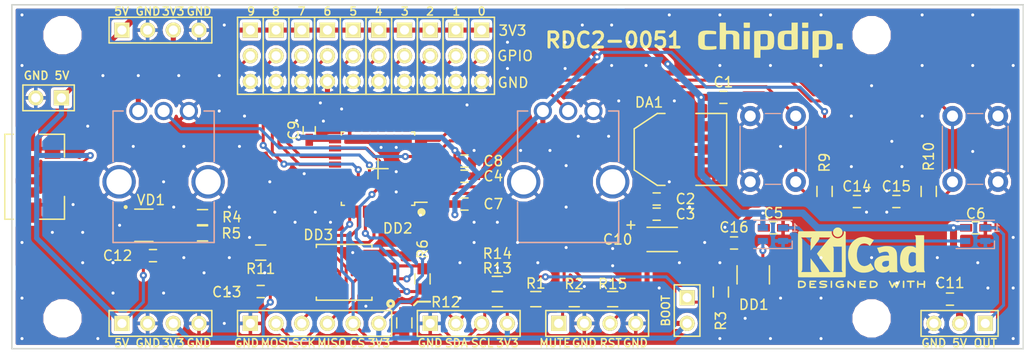
<source format=kicad_pcb>
(kicad_pcb (version 20171130) (host pcbnew "(5.1.2)-2")
  (layers (0 F.Cu signal) (31 B.Cu signal) (34 B.Paste user) (35 F.Paste user) (36 B.SilkS user) (37 F.SilkS user) (38 B.Mask user hide) (39 F.Mask user hide) (44 Edge.Cuts user))
  (net 0 "")
  (net 1 5V)
  (net 2 GND)
  (net 3 VDD)
  (net 4 RST)
  (net 5 KEY_1)
  (net 6 KEY_2)
  (net 7 AIN1)
  (net 8 AIN2)
  (net 9 USB_DM)
  (net 10 USB_DP)
  (net 11 "Net-(VD1-Pad1)")
  (net 12 "Net-(VD1-Pad3)")
  (net 13 "Net-(XS1-Pad4)")
  (net 14 DSP_RST)
  (net 15 DSP_MUTE)
  (net 16 SPI1_SCK)
  (net 17 SPI1_MISO)
  (net 18 SPI1_MOSI)
  (net 19 SPI1_NSS1)
  (net 20 I2C1_SCL)
  (net 21 I2C1_SDA)
  (net 22 Pixel)
  (net 23 LED_OUT)
  (net 24 "Net-(DD1-Pad4)")
  (net 25 GPIO0\SPI_CS)
  (net 26 GPIO1\SPI_SCK)
  (net 27 GPIO2\SPI_MISO)
  (net 28 GPIO3\SPI_MOSI)
  (net 29 GPIO4)
  (net 30 GPIO5)
  (net 31 SPI1_NSS2)
  (net 32 GPIO6\I2C_SCL)
  (net 33 GPIO7\I2C_SDA)
  (net 34 "Net-(DD2-Pad21)")
  (net 35 "Net-(DD2-Pad22)")
  (net 36 GPIO8\SWDIO)
  (net 37 GPIO9\SWCLK)
  (net 38 "Net-(HL1-Pad1)")
  (module Symbols:chipdip_new (layer F.Cu) (at 175 69.5)
    (fp_text reference G*** hide)
    (fp_text value LOGO hide)
  )
  (module Measurement_Points:reper_Point_Round-SMD-Pad_Small (layer F.Cu) (at 198 68)
    (fp_text reference REF** hide)
    (fp_text value reper_Point_Round-SMD-Pad_Small hide)
    (pad 1 smd circle (at 0 0) (size 1.2 1.2) (layers F.Cu F.Mask))
  )
  (module Measurement_Points:reper_Point_Round-SMD-Pad_Small (layer F.Cu) (at 102 93)
    (fp_text reference REF** hide)
    (fp_text value reper_Point_Round-SMD-Pad_Small hide)
    (pad 1 smd circle (at 0 0) (size 1.2 1.2) (layers F.Cu F.Mask))
  )
  (module NewComponents:SOIC-8_combo_Pitch1.27mm (layer F.Cu) (at 132.85 92.45 180)
    (fp_text reference DD3 (at 2.55 3.7 180) (layer F.SilkS))
    (fp_text value 25LCxxx)
    (pad 1 smd rect (at -3.65 -1.905 180) (size 3.5 0.65) (layers F.Cu F.Paste F.Mask) (net 31 SPI1_NSS2))
    (pad 2 smd rect (at -3.65 -0.635 180) (size 3.5 0.65) (layers F.Cu F.Paste F.Mask) (net 17 SPI1_MISO))
    (pad 3 smd rect (at -3.65 0.635 180) (size 3.5 0.65) (layers F.Cu F.Paste F.Mask) (net 3 VDD))
    (pad 4 smd rect (at -3.65 1.905 180) (size 3.5 0.65) (layers F.Cu F.Paste F.Mask) (net 2 GND))
    (pad 5 smd rect (at 3.65 1.905 180) (size 3.5 0.65) (layers F.Cu F.Paste F.Mask) (net 18 SPI1_MOSI))
    (pad 6 smd rect (at 3.65 0.635 180) (size 3.5 0.65) (layers F.Cu F.Paste F.Mask) (net 16 SPI1_SCK))
    (pad 7 smd rect (at 3.65 -0.635 180) (size 3.5 0.65) (layers F.Cu F.Paste F.Mask) (net 3 VDD))
    (pad 8 smd rect (at 3.65 -1.905 180) (size 3.5 0.65) (layers F.Cu F.Paste F.Mask) (net 3 VDD))
  )
  (module MountingHole:MountingHole_3.2mm_M3 (layer F.Cu) (at 185 97)
    (fp_text reference REF** hide)
    (fp_text value MountingHole_3.2mm_M3)
    (pad 1 np_thru_hole circle (at 0 0) (size 3.2 3.2) (drill 3.2) (layers *.Cu *.Mask))
  )
  (module MountingHole:MountingHole_3.2mm_M3 (layer F.Cu) (at 185 69)
    (fp_text reference REF** hide)
    (fp_text value MountingHole_3.2mm_M3)
    (pad 1 np_thru_hole circle (at 0 0) (size 3.2 3.2) (drill 3.2) (layers *.Cu *.Mask))
  )
  (module MountingHole:MountingHole_3.2mm_M3 (layer F.Cu) (at 105 97)
    (fp_text reference REF** hide)
    (fp_text value MountingHole_3.2mm_M3)
    (pad 1 np_thru_hole circle (at 0 0) (size 3.2 3.2) (drill 3.2) (layers *.Cu *.Mask))
  )
  (module MountingHole:MountingHole_3.2mm_M3 (layer F.Cu) (at 105 69)
    (fp_text reference REF** hide)
    (fp_text value MountingHole_3.2mm_M3)
    (pad 1 np_thru_hole circle (at 0 0) (size 3.2 3.2) (drill 3.2) (layers *.Cu *.Mask))
  )
  (module NewComponents:R0904N (layer B.Cu) (at 155 76.5)
    (fp_text reference R8 hide)
    (fp_text value R_POT_TRIM)
    (pad 4 thru_hole circle (at 4.4 7) (size 3.3 3.3) (drill 2.5) (layers *.Cu *.Mask) (net 2 GND))
    (pad 4 thru_hole circle (at -4.4 7) (size 3.3 3.3) (drill 2.5) (layers *.Cu *.Mask) (net 2 GND))
    (pad 3 thru_hole circle (at 2.5 0) (size 1.8 1.8) (drill 1.2) (layers *.Cu *.Mask) (net 2 GND))
    (pad 1 thru_hole circle (at -2.5 0) (size 1.8 1.8) (drill 1.2) (layers *.Cu *.Mask) (net 3 VDD))
    (pad 2 thru_hole circle (at 0 0) (size 1.8 1.8) (drill 1.2) (layers *.Cu *.Mask) (net 8 AIN2))
  )
  (module NewComponents:R0904N (layer B.Cu) (at 115 76.5)
    (fp_text reference R7 hide)
    (fp_text value R_POT_TRIM)
    (pad 4 thru_hole circle (at 4.4 7) (size 3.3 3.3) (drill 2.5) (layers *.Cu *.Mask) (net 2 GND))
    (pad 4 thru_hole circle (at -4.4 7) (size 3.3 3.3) (drill 2.5) (layers *.Cu *.Mask) (net 2 GND))
    (pad 3 thru_hole circle (at 2.5 0) (size 1.8 1.8) (drill 1.2) (layers *.Cu *.Mask) (net 2 GND))
    (pad 1 thru_hole circle (at -2.5 0) (size 1.8 1.8) (drill 1.2) (layers *.Cu *.Mask) (net 3 VDD))
    (pad 2 thru_hole circle (at 0 0) (size 1.8 1.8) (drill 1.2) (layers *.Cu *.Mask) (net 7 AIN1))
  )
  (module NewComponents:Pin_Header_Straight_1x03_mm (layer F.Cu) (at 196.24 97.5 270)
    (fp_text reference XP2 hide)
    (fp_text value Conn_01x03)
    (pad 1 thru_hole rect (at 0 0 270) (size 1.5 1.5) (drill 0.9) (layers *.Cu *.Mask F.SilkS) (net 23 LED_OUT))
    (pad 2 thru_hole circle (at 0 2.54 270) (size 1.5 1.5) (drill 0.9) (layers *.Cu *.Mask F.SilkS) (net 1 5V))
    (pad 3 thru_hole circle (at 0 5.08 270) (size 1.5 1.5) (drill 0.9) (layers *.Cu *.Mask F.SilkS) (net 2 GND))
  )
  (module NewComponents:USB_micro_Molex_47346-0001 (layer F.Cu) (at 102.05 83 270)
    (fp_text reference XS1 hide)
    (fp_text value USB_B_Micro)
    (pad 1 smd rect (at -1.3 -2.85) (size 3 0.45) (layers F.Cu F.Paste F.Mask) (net 1 5V))
    (pad 2 smd rect (at -0.65 -2.85) (size 3 0.45) (layers F.Cu F.Paste F.Mask) (net 11 "Net-(VD1-Pad1)"))
    (pad 3 smd rect (at 0 -2.85) (size 3 0.45) (layers F.Cu F.Paste F.Mask) (net 12 "Net-(VD1-Pad3)"))
    (pad 4 smd rect (at 0.65 -2.85) (size 3 0.45) (layers F.Cu F.Paste F.Mask) (net 13 "Net-(XS1-Pad4)"))
    (pad 5 smd rect (at 1.3 -2.85) (size 3 0.45) (layers F.Cu F.Paste F.Mask) (net 2 GND))
    (pad 6 smd rect (at -2.77 -1.97) (size 1.55 2) (layers F.Cu F.Paste F.Mask) (net 2 GND))
    (pad 6 smd rect (at 2.77 -1.97) (size 1.55 2) (layers F.Cu F.Paste F.Mask) (net 2 GND))
    (pad 6 smd rect (at -3.55 0.6) (size 1.7 2) (layers F.Cu F.Paste F.Mask) (net 2 GND))
    (pad 6 smd rect (at 3.55 0.6) (size 1.7 2) (layers F.Cu F.Paste F.Mask) (net 2 GND))
    (pad 6 smd rect (at -1.15 0.6) (size 1.9 1.8) (layers F.Cu F.Paste F.Mask) (net 2 GND))
    (pad 6 smd rect (at 1.55 0.6) (size 1.9 1) (layers F.Cu F.Paste F.Mask) (net 2 GND))
  )
  (module Button_Switch_THT:SW_PUSH_6mm_H13mm (layer B.Cu) (at 177.5 83.5 90)
    (fp_text reference SW1 hide)
    (fp_text value SW_PUSH)
    (pad 1 thru_hole circle (at 6.5 0) (size 2 2) (drill 1.1) (layers *.Cu *.Mask) (net 5 KEY_1))
    (pad 2 thru_hole circle (at 6.5 -4.5) (size 2 2) (drill 1.1) (layers *.Cu *.Mask) (net 2 GND))
    (pad 1 thru_hole circle (at 0 0) (size 2 2) (drill 1.1) (layers *.Cu *.Mask) (net 5 KEY_1))
    (pad 2 thru_hole circle (at 0 -4.5) (size 2 2) (drill 1.1) (layers *.Cu *.Mask) (net 2 GND))
  )
  (module Button_Switch_THT:SW_PUSH_6mm_H13mm (layer B.Cu) (at 193 77 270)
    (fp_text reference SW2 hide)
    (fp_text value SW_PUSH)
    (pad 2 thru_hole circle (at 0 -4.5 180) (size 2 2) (drill 1.1) (layers *.Cu *.Mask) (net 2 GND))
    (pad 1 thru_hole circle (at 0 0 180) (size 2 2) (drill 1.1) (layers *.Cu *.Mask) (net 6 KEY_2))
    (pad 2 thru_hole circle (at 6.5 -4.5 180) (size 2 2) (drill 1.1) (layers *.Cu *.Mask) (net 2 GND))
    (pad 1 thru_hole circle (at 6.5 0 180) (size 2 2) (drill 1.1) (layers *.Cu *.Mask) (net 6 KEY_2))
  )
  (module LED_SMD:LED_SK6805_PLCC4_2.4x2.7mm_P1.3mm (layer B.Cu) (at 195.25 88.7 180)
    (fp_text reference HL2 hide)
    (fp_text value SK6805)
    (fp_text user 1 (at -2.15 0.65 180) (layer B.SilkS) (effects (font (size 0.75 0.75) (thickness 0.12)) (justify mirror)))
    (pad 3 smd rect (at 1 -0.65 180) (size 1 0.6) (layers B.Cu B.Paste B.Mask) (net 38 "Net-(HL1-Pad1)"))
    (pad 4 smd rect (at 1 0.65 180) (size 1 0.6) (layers B.Cu B.Paste B.Mask) (net 1 5V))
    (pad 2 smd rect (at -1 -0.65 180) (size 1 0.6) (layers B.Cu B.Paste B.Mask) (net 2 GND))
    (pad 1 smd rect (at -1 0.65 180) (size 1 0.6) (layers B.Cu B.Paste B.Mask) (net 23 LED_OUT))
  )
  (module LED_SMD:LED_SK6805_PLCC4_2.4x2.7mm_P1.3mm (layer B.Cu) (at 175.25 88.7 180)
    (fp_text reference HL1 hide)
    (fp_text value SK6805)
    (fp_text user 1 (at -2.15 0.65 180) (layer B.SilkS) (effects (font (size 0.75 0.75) (thickness 0.12)) (justify mirror)))
    (pad 1 smd rect (at -1 0.65 180) (size 1 0.6) (layers B.Cu B.Paste B.Mask) (net 38 "Net-(HL1-Pad1)"))
    (pad 2 smd rect (at -1 -0.65 180) (size 1 0.6) (layers B.Cu B.Paste B.Mask) (net 2 GND))
    (pad 4 smd rect (at 1 0.65 180) (size 1 0.6) (layers B.Cu B.Paste B.Mask) (net 1 5V))
    (pad 3 smd rect (at 1 -0.65 180) (size 1 0.6) (layers B.Cu B.Paste B.Mask) (net 24 "Net-(DD1-Pad4)"))
  )
  (module NewComponents:LQFP-32_7x7mm_Pitch0.8mm (layer F.Cu) (at 136.2 82.2 180)
    (fp_text reference DD2 (at -1.95 -5.9 180) (layer F.SilkS))
    (fp_text value STM32F042K6Tx)
    (pad 1 smd rect (at -4.25 -2.8 180) (size 1.2 0.6) (layers F.Cu F.Paste F.Mask) (net 3 VDD))
    (pad 2 smd rect (at -4.25 -2 180) (size 1.2 0.6) (layers F.Cu F.Paste F.Mask) (net 15 DSP_MUTE))
    (pad 3 smd rect (at -4.25 -1.2 180) (size 1.2 0.6) (layers F.Cu F.Paste F.Mask) (net 14 DSP_RST))
    (pad 4 smd rect (at -4.25 -0.4 180) (size 1.2 0.6) (layers F.Cu F.Paste F.Mask) (net 4 RST))
    (pad 5 smd rect (at -4.25 0.4 180) (size 1.2 0.6) (layers F.Cu F.Paste F.Mask) (net 3 VDD))
    (pad 6 smd rect (at -4.25 1.2 180) (size 1.2 0.6) (layers F.Cu F.Paste F.Mask) (net 7 AIN1))
    (pad 7 smd rect (at -4.25 2 180) (size 1.2 0.6) (layers F.Cu F.Paste F.Mask) (net 8 AIN2))
    (pad 8 smd rect (at -4.25 2.8 180) (size 1.2 0.6) (layers F.Cu F.Paste F.Mask) (net 5 KEY_1))
    (pad 9 smd rect (at -2.8 4.25 270) (size 1.2 0.6) (layers F.Cu F.Paste F.Mask) (net 6 KEY_2))
    (pad 10 smd rect (at -2 4.25 270) (size 1.2 0.6) (layers F.Cu F.Paste F.Mask) (net 25 GPIO0\SPI_CS))
    (pad 11 smd rect (at -1.2 4.25 270) (size 1.2 0.6) (layers F.Cu F.Paste F.Mask) (net 26 GPIO1\SPI_SCK))
    (pad 12 smd rect (at -0.4 4.25 270) (size 1.2 0.6) (layers F.Cu F.Paste F.Mask) (net 27 GPIO2\SPI_MISO))
    (pad 13 smd rect (at 0.4 4.25 270) (size 1.2 0.6) (layers F.Cu F.Paste F.Mask) (net 28 GPIO3\SPI_MOSI))
    (pad 14 smd rect (at 1.2 4.25 270) (size 1.2 0.6) (layers F.Cu F.Paste F.Mask) (net 29 GPIO4))
    (pad 15 smd rect (at 2 4.25 270) (size 1.2 0.6) (layers F.Cu F.Paste F.Mask) (net 30 GPIO5))
    (pad 16 smd rect (at 2.8 4.25 270) (size 1.2 0.6) (layers F.Cu F.Paste F.Mask) (net 2 GND))
    (pad 17 smd rect (at 4.25 2.8 180) (size 1.2 0.6) (layers F.Cu F.Paste F.Mask) (net 3 VDD))
    (pad 18 smd rect (at 4.25 2 180) (size 1.2 0.6) (layers F.Cu F.Paste F.Mask) (net 31 SPI1_NSS2))
    (pad 19 smd rect (at 4.25 1.2 180) (size 1.2 0.6) (layers F.Cu F.Paste F.Mask) (net 32 GPIO6\I2C_SCL))
    (pad 20 smd rect (at 4.25 0.4 180) (size 1.2 0.6) (layers F.Cu F.Paste F.Mask) (net 33 GPIO7\I2C_SDA))
    (pad 21 smd rect (at 4.25 -0.4 180) (size 1.2 0.6) (layers F.Cu F.Paste F.Mask) (net 34 "Net-(DD2-Pad21)"))
    (pad 22 smd rect (at 4.25 -1.2 180) (size 1.2 0.6) (layers F.Cu F.Paste F.Mask) (net 35 "Net-(DD2-Pad22)"))
    (pad 23 smd rect (at 4.25 -2 180) (size 1.2 0.6) (layers F.Cu F.Paste F.Mask) (net 36 GPIO8\SWDIO))
    (pad 24 smd rect (at 4.25 -2.8 180) (size 1.2 0.6) (layers F.Cu F.Paste F.Mask) (net 37 GPIO9\SWCLK))
    (pad 25 smd rect (at 2.8 -4.25 270) (size 1.2 0.6) (layers F.Cu F.Paste F.Mask) (net 19 SPI1_NSS1))
    (pad 26 smd rect (at 2 -4.25 270) (size 1.2 0.6) (layers F.Cu F.Paste F.Mask) (net 16 SPI1_SCK))
    (pad 27 smd rect (at 1.2 -4.25 270) (size 1.2 0.6) (layers F.Cu F.Paste F.Mask) (net 17 SPI1_MISO))
    (pad 28 smd rect (at 0.4 -4.25 270) (size 1.2 0.6) (layers F.Cu F.Paste F.Mask) (net 18 SPI1_MOSI))
    (pad 29 smd rect (at -0.4 -4.25 270) (size 1.2 0.6) (layers F.Cu F.Paste F.Mask) (net 20 I2C1_SCL))
    (pad 30 smd rect (at -1.2 -4.25 270) (size 1.2 0.6) (layers F.Cu F.Paste F.Mask) (net 21 I2C1_SDA))
    (pad 31 smd rect (at -2 -4.25 270) (size 1.2 0.6) (layers F.Cu F.Paste F.Mask) (net 22 Pixel))
    (pad 32 smd rect (at -2.8 -4.25 270) (size 1.2 0.6) (layers F.Cu F.Paste F.Mask) (net 2 GND))
  )
  (module Capacitors_SMD:C_0603_HandSoldering (layer F.Cu) (at 170.35 75.15)
    (fp_text reference C1 (at 0 -1.5) (layer F.SilkS))
    (fp_text value 2.2u)
    (pad 2 smd rect (at 0.95 0) (size 1.2 0.75) (layers F.Cu F.Paste F.Mask) (net 2 GND))
    (pad 1 smd rect (at -0.95 0) (size 1.2 0.75) (layers F.Cu F.Paste F.Mask) (net 1 5V))
  )
  (module Capacitors_SMD:C_0603_HandSoldering (layer F.Cu) (at 163.75 85.2)
    (fp_text reference C2 (at 2.85 0) (layer F.SilkS))
    (fp_text value 2.2u)
    (pad 2 smd rect (at 0.95 0) (size 1.2 0.75) (layers F.Cu F.Paste F.Mask) (net 2 GND))
    (pad 1 smd rect (at -0.95 0) (size 1.2 0.75) (layers F.Cu F.Paste F.Mask) (net 3 VDD))
  )
  (module Capacitors_SMD:C_0603_HandSoldering (layer F.Cu) (at 163.75 86.7)
    (fp_text reference C3 (at 2.85 0) (layer F.SilkS))
    (fp_text value 2.2u)
    (pad 1 smd rect (at -0.95 0) (size 1.2 0.75) (layers F.Cu F.Paste F.Mask) (net 3 VDD))
    (pad 2 smd rect (at 0.95 0) (size 1.2 0.75) (layers F.Cu F.Paste F.Mask) (net 2 GND))
  )
  (module Capacitors_SMD:C_0603_HandSoldering (layer F.Cu) (at 144.75 82.95)
    (fp_text reference C4 (at 2.85 0) (layer F.SilkS))
    (fp_text value 0.1u)
    (pad 2 smd rect (at 0.95 0) (size 1.2 0.75) (layers F.Cu F.Paste F.Mask) (net 2 GND))
    (pad 1 smd rect (at -0.95 0) (size 1.2 0.75) (layers F.Cu F.Paste F.Mask) (net 4 RST))
  )
  (module Capacitors_SMD:C_0603_HandSoldering (layer F.Cu) (at 175.3 88.05)
    (fp_text reference C5 (at 0 -1.45) (layer F.SilkS))
    (fp_text value 0.1u)
    (pad 2 smd rect (at 0.95 0) (size 1.2 0.75) (layers F.Cu F.Paste F.Mask) (net 2 GND))
    (pad 1 smd rect (at -0.95 0) (size 1.2 0.75) (layers F.Cu F.Paste F.Mask) (net 1 5V))
  )
  (module Capacitors_SMD:C_0603_HandSoldering (layer F.Cu) (at 195.3 88.05)
    (fp_text reference C6 (at 0 -1.4) (layer F.SilkS))
    (fp_text value 0.1u)
    (pad 1 smd rect (at -0.95 0) (size 1.2 0.75) (layers F.Cu F.Paste F.Mask) (net 1 5V))
    (pad 2 smd rect (at 0.95 0) (size 1.2 0.75) (layers F.Cu F.Paste F.Mask) (net 2 GND))
  )
  (module Capacitors_SMD:C_0603_HandSoldering (layer F.Cu) (at 144.75 85.7)
    (fp_text reference C7 (at 2.85 0) (layer F.SilkS))
    (fp_text value 0.1u)
    (pad 1 smd rect (at -0.95 0) (size 1.2 0.75) (layers F.Cu F.Paste F.Mask) (net 3 VDD))
    (pad 2 smd rect (at 0.95 0) (size 1.2 0.75) (layers F.Cu F.Paste F.Mask) (net 2 GND))
  )
  (module Capacitors_SMD:C_0603_HandSoldering (layer F.Cu) (at 144.75 81.45)
    (fp_text reference C8 (at 2.85 0) (layer F.SilkS))
    (fp_text value 0.1u)
    (pad 2 smd rect (at 0.95 0) (size 1.2 0.75) (layers F.Cu F.Paste F.Mask) (net 2 GND))
    (pad 1 smd rect (at -0.95 0) (size 1.2 0.75) (layers F.Cu F.Paste F.Mask) (net 3 VDD))
  )
  (module Capacitors_SMD:C_0603_HandSoldering (layer F.Cu) (at 129.4 78.4 90)
    (fp_text reference C9 (at 0 -1.55 90) (layer F.SilkS))
    (fp_text value 0.1u)
    (pad 2 smd rect (at 0.95 0 90) (size 1.2 0.75) (layers F.Cu F.Paste F.Mask) (net 2 GND))
    (pad 1 smd rect (at -0.95 0 90) (size 1.2 0.75) (layers F.Cu F.Paste F.Mask) (net 3 VDD))
  )
  (module NewComponents:TantalC_SizeA_EIA-3216_mm (layer F.Cu) (at 164.3 89.2)
    (fp_text reference C10 (at -4.4 0) (layer F.SilkS))
    (fp_text value 4.7u)
    (fp_text user + (at -3.1 -1.5) (layer F.SilkS))
    (pad 2 smd rect (at 1.5 0) (size 2.1 1.5) (layers F.Cu F.Paste F.Mask) (net 2 GND))
    (pad 1 smd rect (at -1.5 0) (size 2.1 1.5) (layers F.Cu F.Paste F.Mask) (net 3 VDD))
  )
  (module Capacitors_SMD:C_0603_HandSoldering (layer F.Cu) (at 192.75 95.1 180)
    (fp_text reference C11 (at 0 1.6 180) (layer F.SilkS))
    (fp_text value 2.2u)
    (pad 1 smd rect (at -0.95 0 180) (size 1.2 0.75) (layers F.Cu F.Paste F.Mask) (net 1 5V))
    (pad 2 smd rect (at 0.95 0 180) (size 1.2 0.75) (layers F.Cu F.Paste F.Mask) (net 2 GND))
  )
  (module Capacitors_SMD:C_0603_HandSoldering (layer F.Cu) (at 113.95 90.8)
    (fp_text reference C12 (at -3.5 0) (layer F.SilkS))
    (fp_text value 0.1u)
    (pad 1 smd rect (at -0.95 0) (size 1.2 0.75) (layers F.Cu F.Paste F.Mask) (net 1 5V))
    (pad 2 smd rect (at 0.95 0) (size 1.2 0.75) (layers F.Cu F.Paste F.Mask) (net 2 GND))
  )
  (module Capacitors_SMD:C_0603_HandSoldering (layer F.Cu) (at 124.6 94.35 180)
    (fp_text reference C13 (at 3.35 -0.05 180) (layer F.SilkS))
    (fp_text value 0.1u)
    (pad 1 smd rect (at -0.95 0 180) (size 1.2 0.75) (layers F.Cu F.Paste F.Mask) (net 3 VDD))
    (pad 2 smd rect (at 0.95 0 180) (size 1.2 0.75) (layers F.Cu F.Paste F.Mask) (net 2 GND))
  )
  (module Capacitors_SMD:C_0603_HandSoldering (layer F.Cu) (at 183.55 85.45)
    (fp_text reference C14 (at 0 -1.5) (layer F.SilkS))
    (fp_text value 0.1u)
    (pad 2 smd rect (at 0.95 0) (size 1.2 0.75) (layers F.Cu F.Paste F.Mask) (net 2 GND))
    (pad 1 smd rect (at -0.95 0) (size 1.2 0.75) (layers F.Cu F.Paste F.Mask) (net 5 KEY_1))
  )
  (module Capacitors_SMD:C_0603_HandSoldering (layer F.Cu) (at 187.45 85.45 180)
    (fp_text reference C15 (at 0 1.5 180) (layer F.SilkS))
    (fp_text value 0.1u)
    (pad 1 smd rect (at -0.95 0 180) (size 1.2 0.75) (layers F.Cu F.Paste F.Mask) (net 6 KEY_2))
    (pad 2 smd rect (at 0.95 0 180) (size 1.2 0.75) (layers F.Cu F.Paste F.Mask) (net 2 GND))
  )
  (module TO_SOT_Packages_SMD:SOT-223 (layer F.Cu) (at 166.1 80.3 90)
    (fp_text reference DA1 (at 4.65 -3.1 180) (layer F.SilkS))
    (fp_text value LM1117-3.3)
    (pad 4 smd rect (at 0 -3.302 90) (size 3.6576 2.032) (layers F.Cu F.Paste F.Mask) (net 3 VDD))
    (pad 2 smd rect (at 0 3.302 90) (size 1.016 2.032) (layers F.Cu F.Paste F.Mask) (net 3 VDD))
    (pad 3 smd rect (at 2.286 3.302 90) (size 1.016 2.032) (layers F.Cu F.Paste F.Mask) (net 1 5V))
    (pad 1 smd rect (at -2.286 3.302 90) (size 1.016 2.032) (layers F.Cu F.Paste F.Mask) (net 2 GND))
  )
  (module NewComponents:SOT-23-5_mm (layer F.Cu) (at 173.3 92.7 90)
    (fp_text reference DD1 (at -2.95 0.05 180) (layer F.SilkS))
    (fp_text value 74AHC1G125)
    (pad 1 smd rect (at -1.2 -0.95 90) (size 1.1 0.7) (layers F.Cu F.Paste F.Mask) (net 2 GND))
    (pad 2 smd rect (at -1.2 0 90) (size 1.1 0.7) (layers F.Cu F.Paste F.Mask) (net 22 Pixel))
    (pad 3 smd rect (at -1.2 0.95 90) (size 1.1 0.7) (layers F.Cu F.Paste F.Mask) (net 2 GND))
    (pad 4 smd rect (at 1.2 0.95 90) (size 1.1 0.7) (layers F.Cu F.Paste F.Mask) (net 24 "Net-(DD1-Pad4)"))
    (pad 5 smd rect (at 1.2 -0.95 90) (size 1.1 0.7) (layers F.Cu F.Paste F.Mask) (net 1 5V))
  )
  (module NewComponents:R_0603 (layer F.Cu) (at 151.8 95.1 180)
    (fp_text reference R1 (at 0 1.55 180) (layer F.SilkS))
    (fp_text value 10k)
    (pad 2 smd rect (at 1 0 180) (size 1.1 1) (layers F.Cu F.Paste F.Mask) (net 3 VDD))
    (pad 1 smd rect (at -1 0 180) (size 1.1 1) (layers F.Cu F.Paste F.Mask) (net 15 DSP_MUTE))
  )
  (module NewComponents:R_0603 (layer F.Cu) (at 155.6 95.1)
    (fp_text reference R2 (at 0 -1.5) (layer F.SilkS))
    (fp_text value 10k)
    (pad 1 smd rect (at -1 0) (size 1.1 1) (layers F.Cu F.Paste F.Mask) (net 15 DSP_MUTE))
    (pad 2 smd rect (at 1 0) (size 1.1 1) (layers F.Cu F.Paste F.Mask) (net 2 GND))
  )
  (module NewComponents:R_0603 (layer F.Cu) (at 170.1 94.4 90)
    (fp_text reference R3 (at -2.85 0 90) (layer F.SilkS))
    (fp_text value 10k)
    (pad 2 smd rect (at 1 0 90) (size 1.1 1) (layers F.Cu F.Paste F.Mask) (net 2 GND))
    (pad 1 smd rect (at -1 0 90) (size 1.1 1) (layers F.Cu F.Paste F.Mask) (net 22 Pixel))
  )
  (module NewComponents:R_0603 (layer F.Cu) (at 118.85 87 180)
    (fp_text reference R4 (at -2.9 0 180) (layer F.SilkS))
    (fp_text value 22)
    (pad 1 smd rect (at -1 0 180) (size 1.1 1) (layers F.Cu F.Paste F.Mask) (net 34 "Net-(DD2-Pad21)"))
    (pad 2 smd rect (at 1 0 180) (size 1.1 1) (layers F.Cu F.Paste F.Mask) (net 9 USB_DM))
  )
  (module NewComponents:R_0603 (layer F.Cu) (at 118.85 88.6 180)
    (fp_text reference R5 (at -2.85 0 180) (layer F.SilkS))
    (fp_text value 22)
    (pad 2 smd rect (at 1 0 180) (size 1.1 1) (layers F.Cu F.Paste F.Mask) (net 10 USB_DP))
    (pad 1 smd rect (at -1 0 180) (size 1.1 1) (layers F.Cu F.Paste F.Mask) (net 35 "Net-(DD2-Pad22)"))
  )
  (module NewComponents:R_0603 (layer F.Cu) (at 140.6 93.1 270)
    (fp_text reference R6 (at -2.95 0 270) (layer F.SilkS))
    (fp_text value 10k)
    (pad 1 smd rect (at -1 0 270) (size 1.1 1) (layers F.Cu F.Paste F.Mask) (net 3 VDD))
    (pad 2 smd rect (at 1 0 270) (size 1.1 1) (layers F.Cu F.Paste F.Mask) (net 31 SPI1_NSS2))
  )
  (module NewComponents:R_0603 (layer F.Cu) (at 180.35 84.45 270)
    (fp_text reference R9 (at -2.85 0 270) (layer F.SilkS))
    (fp_text value 10k)
    (pad 2 smd rect (at 1 0 270) (size 1.1 1) (layers F.Cu F.Paste F.Mask) (net 5 KEY_1))
    (pad 1 smd rect (at -1 0 270) (size 1.1 1) (layers F.Cu F.Paste F.Mask) (net 3 VDD))
  )
  (module NewComponents:R_0603 (layer F.Cu) (at 190.65 84.45 270)
    (fp_text reference R10 (at -3.45 0 270) (layer F.SilkS))
    (fp_text value 10k)
    (pad 2 smd rect (at 1 0 270) (size 1.1 1) (layers F.Cu F.Paste F.Mask) (net 6 KEY_2))
    (pad 1 smd rect (at -1 0 270) (size 1.1 1) (layers F.Cu F.Paste F.Mask) (net 3 VDD))
  )
  (module NewComponents:R_0603 (layer F.Cu) (at 124.6 90.5)
    (fp_text reference R11 (at 0 1.6) (layer F.SilkS))
    (fp_text value 10k)
    (pad 1 smd rect (at -1 0) (size 1.1 1) (layers F.Cu F.Paste F.Mask) (net 2 GND))
    (pad 2 smd rect (at 1 0) (size 1.1 1) (layers F.Cu F.Paste F.Mask) (net 16 SPI1_SCK))
  )
  (module NewComponents:R_0603 (layer F.Cu) (at 138.8 97.45 270)
    (fp_text reference R12 (at -2.05 -4.1 180) (layer F.SilkS))
    (fp_text value 10k)
    (pad 1 smd rect (at -1 0 270) (size 1.1 1) (layers F.Cu F.Paste F.Mask) (net 3 VDD))
    (pad 2 smd rect (at 1 0 270) (size 1.1 1) (layers F.Cu F.Paste F.Mask) (net 19 SPI1_NSS1))
  )
  (module NewComponents:R_0603 (layer F.Cu) (at 148 95.1)
    (fp_text reference R13 (at 0 -3.05) (layer F.SilkS))
    (fp_text value 4k7)
    (pad 2 smd rect (at 1 0) (size 1.1 1) (layers F.Cu F.Paste F.Mask) (net 3 VDD))
    (pad 1 smd rect (at -1 0) (size 1.1 1) (layers F.Cu F.Paste F.Mask) (net 20 I2C1_SCL))
  )
  (module NewComponents:R_0603 (layer F.Cu) (at 148 93.6)
    (fp_text reference R14 (at 0 -3) (layer F.SilkS))
    (fp_text value 4k7)
    (pad 1 smd rect (at -1 0) (size 1.1 1) (layers F.Cu F.Paste F.Mask) (net 21 I2C1_SDA))
    (pad 2 smd rect (at 1 0) (size 1.1 1) (layers F.Cu F.Paste F.Mask) (net 3 VDD))
  )
  (module NewComponents:SOT23-6L (layer F.Cu) (at 113.05 87.8)
    (fp_text reference VD1 (at 0.7 -2.5) (layer F.SilkS))
    (fp_text value USBLC6)
    (pad 1 smd rect (at -1.15 -0.95) (size 1.2 0.6) (layers F.Cu F.Paste F.Mask) (net 11 "Net-(VD1-Pad1)"))
    (pad 2 smd rect (at -1.15 0) (size 1.2 0.6) (layers F.Cu F.Paste F.Mask) (net 2 GND))
    (pad 3 smd rect (at -1.15 0.95) (size 1.2 0.6) (layers F.Cu F.Paste F.Mask) (net 12 "Net-(VD1-Pad3)"))
    (pad 6 smd rect (at 1.15 -0.95) (size 1.2 0.6) (layers F.Cu F.Paste F.Mask) (net 9 USB_DM))
    (pad 5 smd rect (at 1.15 0) (size 1.2 0.6) (layers F.Cu F.Paste F.Mask) (net 1 5V))
    (pad 4 smd rect (at 1.15 0.95) (size 1.2 0.6) (layers F.Cu F.Paste F.Mask) (net 10 USB_DP))
  )
  (module NewComponents:Pin_Header_Straight_1x02_mm (layer F.Cu) (at 166.76 94.96)
    (fp_text reference XP1 hide)
    (fp_text value Conn_01x02)
    (pad 1 thru_hole rect (at 0 0) (size 1.5 1.5) (drill 0.9) (layers *.Cu *.Mask F.SilkS) (net 22 Pixel))
    (pad 2 thru_hole oval (at 0 2.54) (size 1.5 1.5) (drill 0.9) (layers *.Cu *.Mask F.SilkS) (net 3 VDD))
  )
  (module NewComponents:Pin_Header_Straight_1x02_mm (layer F.Cu) (at 104.9 75.2 270)
    (fp_text reference XP3 hide)
    (fp_text value Conn_01x02)
    (pad 2 thru_hole oval (at 0 2.54 270) (size 1.5 1.5) (drill 0.9) (layers *.Cu *.Mask F.SilkS) (net 2 GND))
    (pad 1 thru_hole rect (at 0 0 270) (size 1.5 1.5) (drill 0.9) (layers *.Cu *.Mask F.SilkS) (net 1 5V))
  )
  (module NewComponents:Pin_Header_Straight_1x04_mm (layer F.Cu) (at 110.88 97.5 90)
    (fp_text reference XP4 hide)
    (fp_text value Conn_01x04)
    (pad 1 thru_hole rect (at 0 0 90) (size 1.5 1.5) (drill 0.9) (layers *.Cu *.Mask F.SilkS) (net 1 5V))
    (pad 2 thru_hole oval (at 0 2.54 90) (size 1.5 1.5) (drill 0.9) (layers *.Cu *.Mask F.SilkS) (net 2 GND))
    (pad 3 thru_hole oval (at 0 5.08 90) (size 1.5 1.5) (drill 0.9) (layers *.Cu *.Mask F.SilkS) (net 3 VDD))
    (pad 4 thru_hole oval (at 0 7.62 90) (size 1.5 1.5) (drill 0.9) (layers *.Cu *.Mask F.SilkS) (net 2 GND))
  )
  (module NewComponents:Pin_Header_Straight_1x04_mm (layer F.Cu) (at 141.36 97.5 90)
    (fp_text reference XP6 hide)
    (fp_text value Conn_01x04)
    (pad 1 thru_hole rect (at 0 0 90) (size 1.5 1.5) (drill 0.9) (layers *.Cu *.Mask F.SilkS) (net 2 GND))
    (pad 2 thru_hole oval (at 0 2.54 90) (size 1.5 1.5) (drill 0.9) (layers *.Cu *.Mask F.SilkS) (net 21 I2C1_SDA))
    (pad 3 thru_hole oval (at 0 5.08 90) (size 1.5 1.5) (drill 0.9) (layers *.Cu *.Mask F.SilkS) (net 20 I2C1_SCL))
    (pad 4 thru_hole oval (at 0 7.62 90) (size 1.5 1.5) (drill 0.9) (layers *.Cu *.Mask F.SilkS) (net 3 VDD))
  )
  (module NewComponents:Pin_Header_Straight_1x04_mm (layer F.Cu) (at 154.06 97.5 90)
    (fp_text reference XP7 hide)
    (fp_text value Conn_01x04)
    (pad 4 thru_hole oval (at 0 7.62 90) (size 1.5 1.5) (drill 0.9) (layers *.Cu *.Mask F.SilkS) (net 2 GND))
    (pad 3 thru_hole oval (at 0 5.08 90) (size 1.5 1.5) (drill 0.9) (layers *.Cu *.Mask F.SilkS) (net 14 DSP_RST))
    (pad 2 thru_hole oval (at 0 2.54 90) (size 1.5 1.5) (drill 0.9) (layers *.Cu *.Mask F.SilkS) (net 2 GND))
    (pad 1 thru_hole rect (at 0 0 90) (size 1.5 1.5) (drill 0.9) (layers *.Cu *.Mask F.SilkS) (net 15 DSP_MUTE))
  )
  (module NewComponents:Pin_Header_Straight_1x04_mm (layer F.Cu) (at 110.88 68.5 90)
    (fp_text reference XP8 hide)
    (fp_text value Conn_01x04)
    (pad 4 thru_hole oval (at 0 7.62 90) (size 1.5 1.5) (drill 0.9) (layers *.Cu *.Mask F.SilkS) (net 2 GND))
    (pad 3 thru_hole oval (at 0 5.08 90) (size 1.5 1.5) (drill 0.9) (layers *.Cu *.Mask F.SilkS) (net 3 VDD))
    (pad 2 thru_hole oval (at 0 2.54 90) (size 1.5 1.5) (drill 0.9) (layers *.Cu *.Mask F.SilkS) (net 2 GND))
    (pad 1 thru_hole rect (at 0 0 90) (size 1.5 1.5) (drill 0.9) (layers *.Cu *.Mask F.SilkS) (net 1 5V))
  )
  (module NewComponents:Pin_Header_Straight_1x03_mm (layer F.Cu) (at 146.44 68.5)
    (fp_text reference XP11 hide)
    (fp_text value Conn_01x03)
    (pad 1 thru_hole rect (at 0 0) (size 1.5 1.5) (drill 0.9) (layers *.Cu *.Mask F.SilkS) (net 3 VDD))
    (pad 2 thru_hole circle (at 0 2.54) (size 1.5 1.5) (drill 0.9) (layers *.Cu *.Mask F.SilkS) (net 25 GPIO0\SPI_CS))
    (pad 3 thru_hole circle (at 0 5.08) (size 1.5 1.5) (drill 0.9) (layers *.Cu *.Mask F.SilkS) (net 2 GND))
  )
  (module NewComponents:Pin_Header_Straight_1x03_mm (layer F.Cu) (at 143.9 68.5)
    (fp_text reference XP12 hide)
    (fp_text value Conn_01x03)
    (pad 3 thru_hole circle (at 0 5.08) (size 1.5 1.5) (drill 0.9) (layers *.Cu *.Mask F.SilkS) (net 2 GND))
    (pad 2 thru_hole circle (at 0 2.54) (size 1.5 1.5) (drill 0.9) (layers *.Cu *.Mask F.SilkS) (net 26 GPIO1\SPI_SCK))
    (pad 1 thru_hole rect (at 0 0) (size 1.5 1.5) (drill 0.9) (layers *.Cu *.Mask F.SilkS) (net 3 VDD))
  )
  (module NewComponents:Pin_Header_Straight_1x03_mm (layer F.Cu) (at 141.36 68.5)
    (fp_text reference XP13 hide)
    (fp_text value Conn_01x03)
    (pad 3 thru_hole circle (at 0 5.08) (size 1.5 1.5) (drill 0.9) (layers *.Cu *.Mask F.SilkS) (net 2 GND))
    (pad 2 thru_hole circle (at 0 2.54) (size 1.5 1.5) (drill 0.9) (layers *.Cu *.Mask F.SilkS) (net 27 GPIO2\SPI_MISO))
    (pad 1 thru_hole rect (at 0 0) (size 1.5 1.5) (drill 0.9) (layers *.Cu *.Mask F.SilkS) (net 3 VDD))
  )
  (module NewComponents:Pin_Header_Straight_1x03_mm (layer F.Cu) (at 138.82 68.5)
    (fp_text reference XP14 hide)
    (fp_text value Conn_01x03)
    (pad 3 thru_hole circle (at 0 5.08) (size 1.5 1.5) (drill 0.9) (layers *.Cu *.Mask F.SilkS) (net 2 GND))
    (pad 2 thru_hole circle (at 0 2.54) (size 1.5 1.5) (drill 0.9) (layers *.Cu *.Mask F.SilkS) (net 28 GPIO3\SPI_MOSI))
    (pad 1 thru_hole rect (at 0 0) (size 1.5 1.5) (drill 0.9) (layers *.Cu *.Mask F.SilkS) (net 3 VDD))
  )
  (module NewComponents:Pin_Header_Straight_1x03_mm (layer F.Cu) (at 136.28 68.5)
    (fp_text reference XP15 hide)
    (fp_text value Conn_01x03)
    (pad 1 thru_hole rect (at 0 0) (size 1.5 1.5) (drill 0.9) (layers *.Cu *.Mask F.SilkS) (net 3 VDD))
    (pad 2 thru_hole circle (at 0 2.54) (size 1.5 1.5) (drill 0.9) (layers *.Cu *.Mask F.SilkS) (net 29 GPIO4))
    (pad 3 thru_hole circle (at 0 5.08) (size 1.5 1.5) (drill 0.9) (layers *.Cu *.Mask F.SilkS) (net 2 GND))
  )
  (module NewComponents:Pin_Header_Straight_1x03_mm (layer F.Cu) (at 133.74 68.5)
    (fp_text reference XP16 hide)
    (fp_text value Conn_01x03)
    (pad 3 thru_hole circle (at 0 5.08) (size 1.5 1.5) (drill 0.9) (layers *.Cu *.Mask F.SilkS) (net 2 GND))
    (pad 2 thru_hole circle (at 0 2.54) (size 1.5 1.5) (drill 0.9) (layers *.Cu *.Mask F.SilkS) (net 30 GPIO5))
    (pad 1 thru_hole rect (at 0 0) (size 1.5 1.5) (drill 0.9) (layers *.Cu *.Mask F.SilkS) (net 3 VDD))
  )
  (module NewComponents:Pin_Header_Straight_1x03_mm (layer F.Cu) (at 131.2 68.5)
    (fp_text reference XP17 hide)
    (fp_text value Conn_01x03)
    (pad 1 thru_hole rect (at 0 0) (size 1.5 1.5) (drill 0.9) (layers *.Cu *.Mask F.SilkS) (net 3 VDD))
    (pad 2 thru_hole circle (at 0 2.54) (size 1.5 1.5) (drill 0.9) (layers *.Cu *.Mask F.SilkS) (net 32 GPIO6\I2C_SCL))
    (pad 3 thru_hole circle (at 0 5.08) (size 1.5 1.5) (drill 0.9) (layers *.Cu *.Mask F.SilkS) (net 2 GND))
  )
  (module NewComponents:Pin_Header_Straight_1x03_mm (layer F.Cu) (at 128.66 68.5)
    (fp_text reference XP18 hide)
    (fp_text value Conn_01x03)
    (pad 3 thru_hole circle (at 0 5.08) (size 1.5 1.5) (drill 0.9) (layers *.Cu *.Mask F.SilkS) (net 2 GND))
    (pad 2 thru_hole circle (at 0 2.54) (size 1.5 1.5) (drill 0.9) (layers *.Cu *.Mask F.SilkS) (net 33 GPIO7\I2C_SDA))
    (pad 1 thru_hole rect (at 0 0) (size 1.5 1.5) (drill 0.9) (layers *.Cu *.Mask F.SilkS) (net 3 VDD))
  )
  (module NewComponents:Pin_Header_Straight_1x03_mm (layer F.Cu) (at 126.12 68.5)
    (fp_text reference XP19 hide)
    (fp_text value Conn_01x03)
    (pad 1 thru_hole rect (at 0 0) (size 1.5 1.5) (drill 0.9) (layers *.Cu *.Mask F.SilkS) (net 3 VDD))
    (pad 2 thru_hole circle (at 0 2.54) (size 1.5 1.5) (drill 0.9) (layers *.Cu *.Mask F.SilkS) (net 36 GPIO8\SWDIO))
    (pad 3 thru_hole circle (at 0 5.08) (size 1.5 1.5) (drill 0.9) (layers *.Cu *.Mask F.SilkS) (net 2 GND))
  )
  (module NewComponents:Pin_Header_Straight_1x03_mm (layer F.Cu) (at 123.58 68.5)
    (fp_text reference XP20 hide)
    (fp_text value Conn_01x03)
    (pad 1 thru_hole rect (at 0 0) (size 1.5 1.5) (drill 0.9) (layers *.Cu *.Mask F.SilkS) (net 3 VDD))
    (pad 2 thru_hole circle (at 0 2.54) (size 1.5 1.5) (drill 0.9) (layers *.Cu *.Mask F.SilkS) (net 37 GPIO9\SWCLK))
    (pad 3 thru_hole circle (at 0 5.08) (size 1.5 1.5) (drill 0.9) (layers *.Cu *.Mask F.SilkS) (net 2 GND))
  )
  (module NewComponents:Pin_Header_Straight_1x06_mm (layer F.Cu) (at 123.58 97.5 90)
    (fp_text reference XP5 hide)
    (fp_text value Conn_01x06)
    (pad 1 thru_hole rect (at 0 0 90) (size 1.5 1.5) (drill 0.9) (layers *.Cu *.Mask F.SilkS) (net 2 GND))
    (pad 2 thru_hole circle (at 0 2.54 90) (size 1.5 1.5) (drill 0.9) (layers *.Cu *.Mask F.SilkS) (net 18 SPI1_MOSI))
    (pad 3 thru_hole circle (at 0 5.08 90) (size 1.5 1.5) (drill 0.9) (layers *.Cu *.Mask F.SilkS) (net 16 SPI1_SCK))
    (pad 4 thru_hole circle (at 0 7.62 90) (size 1.5 1.5) (drill 0.9) (layers *.Cu *.Mask F.SilkS) (net 17 SPI1_MISO))
    (pad 5 thru_hole circle (at 0 10.16 90) (size 1.5 1.5) (drill 0.9) (layers *.Cu *.Mask F.SilkS) (net 19 SPI1_NSS1))
    (pad 6 thru_hole circle (at 0 12.7 90) (size 1.5 1.5) (drill 0.9) (layers *.Cu *.Mask F.SilkS) (net 3 VDD))
  )
  (module Capacitors_SMD:C_0603_HandSoldering (layer F.Cu) (at 171.4 89.55 180)
    (fp_text reference C16 (at 0 1.55 180) (layer F.SilkS))
    (fp_text value 0.1u)
    (pad 2 smd rect (at 0.95 0 180) (size 1.2 0.75) (layers F.Cu F.Paste F.Mask) (net 2 GND))
    (pad 1 smd rect (at -0.95 0 180) (size 1.2 0.75) (layers F.Cu F.Paste F.Mask) (net 1 5V))
  )
  (module NewComponents:R_0603 (layer F.Cu) (at 159.4 95.1 180)
    (fp_text reference R15 (at 0 1.5 180) (layer F.SilkS))
    (fp_text value 10k)
    (pad 2 smd rect (at 1 0 180) (size 1.1 1) (layers F.Cu F.Paste F.Mask) (net 2 GND))
    (pad 1 smd rect (at -1 0 180) (size 1.1 1) (layers F.Cu F.Paste F.Mask) (net 14 DSP_RST))
  )
  (module NewComponents:KiCad-Logo2_6mm_SilkScreen (layer F.Cu) (at 184 91)
    (fp_text reference REF*** hide)
    (fp_text value KiCad-Logo2_6mm_SilkScreen hide)
  )
  (gr_text RDC2-0051 (at 159.5 69.5) (layer F.SilkS) (effects (font (size 1.5 1.5) (thickness 0.3))))
  (gr_text GPIO (at 149.75 71.05) (layer F.SilkS) (effects (font (size 1 1))))
  (gr_text GND (at 149.55 73.7) (layer F.SilkS) (effects (font (size 1 1))))
  (gr_text 3V3 (at 149.5 68.55) (layer F.SilkS) (effects (font (size 1 1))))
  (gr_text OUT (at 196.25 99.45) (layer F.SilkS) (effects (font (size 0.8 0.8))))
  (gr_text 5V (at 193.7 99.45) (layer F.SilkS) (effects (font (size 0.8 0.8))))
  (gr_text GND (at 191.15 99.45) (layer F.SilkS) (effects (font (size 0.8 0.8))))
  (gr_text BOOT (at 164.65 96.25 90) (layer F.SilkS) (effects (font (size 0.8 0.8))))
  (gr_text GND (at 161.65 99.45) (layer F.SilkS) (effects (font (size 0.8 0.8))))
  (gr_text RST (at 159.2 99.45) (layer F.SilkS) (effects (font (size 0.8 0.8))))
  (gr_text MUTE (at 153.7 99.45) (layer F.SilkS) (effects (font (size 0.8 0.8))))
  (gr_text 3V3 (at 149 99.45) (layer F.SilkS) (effects (font (size 0.8 0.8))))
  (gr_text SCL (at 146.5 99.45) (layer F.SilkS) (effects (font (size 0.8 0.8))))
  (gr_text SDA (at 143.95 99.45) (layer F.SilkS) (effects (font (size 0.8 0.8))))
  (gr_text GND (at 141.35 99.45) (layer F.SilkS) (effects (font (size 0.8 0.8))))
  (gr_text 3V3 (at 136.3 99.45) (layer F.SilkS) (effects (font (size 0.8 0.8))))
  (gr_text CS (at 134.15 99.45) (layer F.SilkS) (effects (font (size 0.8 0.8))))
  (gr_text MISO (at 131.65 99.45) (layer F.SilkS) (effects (font (size 0.8 0.8))))
  (gr_text SCK (at 128.85 99.45) (layer F.SilkS) (effects (font (size 0.8 0.8))))
  (gr_text GND (at 156.6 99.45) (layer F.SilkS) (effects (font (size 0.8 0.8))))
  (gr_text GND (at 123.2 99.45) (layer F.SilkS) (effects (font (size 0.8 0.8))))
  (gr_text 5V (at 110.85 99.45) (layer F.SilkS) (effects (font (size 0.8 0.8))))
  (gr_text GND (at 113.45 99.45) (layer F.SilkS) (effects (font (size 0.8 0.8))))
  (gr_text GND (at 118.5 99.45) (layer F.SilkS) (effects (font (size 0.8 0.8))))
  (gr_text 3V3 (at 115.95 99.45) (layer F.SilkS) (effects (font (size 0.8 0.8))))
  (gr_text 9 (at 123.65 66.65) (layer F.SilkS) (effects (font (size 0.8 0.8))))
  (gr_text 8 (at 126.1 66.65) (layer F.SilkS) (effects (font (size 0.8 0.8))))
  (gr_text 7 (at 128.65 66.65) (layer F.SilkS) (effects (font (size 0.8 0.8))))
  (gr_text 6 (at 131.2 66.65) (layer F.SilkS) (effects (font (size 0.8 0.8))))
  (gr_text 5 (at 133.75 66.65) (layer F.SilkS) (effects (font (size 0.8 0.8))))
  (gr_text 4 (at 136.25 66.65) (layer F.SilkS) (effects (font (size 0.8 0.8))))
  (gr_text 3 (at 138.85 66.65) (layer F.SilkS) (effects (font (size 0.8 0.8))))
  (gr_text 2 (at 141.35 66.65) (layer F.SilkS) (effects (font (size 0.8 0.8))))
  (gr_text 1 (at 143.95 66.65) (layer F.SilkS) (effects (font (size 0.8 0.8))))
  (gr_text 0 (at 146.45 66.65) (layer F.SilkS) (effects (font (size 0.8 0.8))))
  (gr_text GND (at 118.5 66.65) (layer F.SilkS) (effects (font (size 0.8 0.8))))
  (gr_text 3V3 (at 115.95 66.65) (layer F.SilkS) (effects (font (size 0.8 0.8))))
  (gr_text GND (at 113.45 66.65) (layer F.SilkS) (effects (font (size 0.8 0.8))))
  (gr_text 5V (at 110.85 66.65) (layer F.SilkS) (effects (font (size 0.8 0.8))))
  (gr_line (start 140.1 95.35) (end 139.75 95.7) (layer F.SilkS) (width 0.2))
  (gr_line (start 141.35 95.35) (end 140.1 95.35) (layer F.SilkS) (width 0.2))
  (gr_text GND (at 102.4 73) (layer F.SilkS) (effects (font (size 0.8 0.8))))
  (gr_text 5V (at 104.95 73) (layer F.SilkS) (effects (font (size 0.8 0.8))))
  (gr_text MOSI (at 126.05 99.45) (layer F.SilkS) (effects (font (size 0.8 0.8))))
  (gr_line (start 200 100) (end 100 100) (layer Edge.Cuts) (width 0.15))
  (gr_line (start 200 66) (end 200 100) (layer Edge.Cuts) (width 0.15))
  (gr_line (start 100 66) (end 200 66) (layer Edge.Cuts) (width 0.15))
  (gr_line (start 100 100) (end 100 66) (layer Edge.Cuts) (width 0.15))
  (segment (start 113.2 87.8) (end 114.2 87.8) (width 0.3) (layer F.Cu) (net 1))
  (segment (start 112.95 88.05) (end 113.2 87.8) (width 0.3) (layer F.Cu) (net 1))
  (segment (start 113 90.8) (end 112.95 90.75) (width 0.3) (layer F.Cu) (net 1))
  (segment (start 112.95 90.75) (end 112.95 88.05) (width 0.3) (layer F.Cu) (net 1))
  (via (at 193.1 88.05) (size 0.7) (drill 0.3) (layers F.Cu B.Cu) (net 1))
  (segment (start 194.35 88.05) (end 193.1 88.05) (width 0.5) (layer F.Cu) (net 1))
  (segment (start 193.1 88.05) (end 194.25 88.05) (width 0.5) (layer B.Cu) (net 1))
  (segment (start 193.7 95.1) (end 193.7 97.5) (width 0.7) (layer F.Cu) (net 1))
  (segment (start 169.4 78.012) (end 169.402 78.014) (width 0.7) (layer F.Cu) (net 1))
  (segment (start 169.4 75.15) (end 169.4 78.012) (width 0.7) (layer F.Cu) (net 1))
  (via (at 168.15 75.15) (size 0.7) (drill 0.3) (layers F.Cu B.Cu) (net 1))
  (segment (start 169.4 75.15) (end 168.15 75.15) (width 0.7) (layer F.Cu) (net 1))
  (segment (start 172.35 91.5) (end 172.35 89.55) (width 0.5) (layer F.Cu) (net 1))
  (segment (start 104.9 76.8) (end 104.9 75.2) (width 0.5) (layer B.Cu) (net 1))
  (segment (start 102.45 79.25) (end 104.9 76.8) (width 0.5) (layer B.Cu) (net 1))
  (segment (start 110.88 97.5) (end 102.45 89.07) (width 0.5) (layer B.Cu) (net 1))
  (segment (start 109.7 70.4) (end 104.9 75.2) (width 0.5) (layer F.Cu) (net 1))
  (segment (start 110.88 68.5) (end 109.7 69.68) (width 0.5) (layer F.Cu) (net 1))
  (segment (start 109.7 69.68) (end 109.7 70.4) (width 0.5) (layer F.Cu) (net 1))
  (via (at 113 92.75) (size 0.7) (drill 0.3) (layers F.Cu B.Cu) (net 1))
  (segment (start 113 90.8) (end 113 92.75) (width 0.3) (layer F.Cu) (net 1))
  (segment (start 113 95.38) (end 110.88 97.5) (width 0.3) (layer B.Cu) (net 1))
  (segment (start 113 92.75) (end 113 95.38) (width 0.3) (layer B.Cu) (net 1))
  (segment (start 104.9 81.7) (end 106.95 81.7) (width 0.3) (layer F.Cu) (net 1))
  (via (at 107.75 80.9) (size 0.7) (drill 0.3) (layers F.Cu B.Cu) (net 1))
  (segment (start 106.95 81.7) (end 107.75 80.9) (width 0.3) (layer F.Cu) (net 1))
  (segment (start 107.75 80.9) (end 102.45 80.9) (width 0.5) (layer B.Cu) (net 1))
  (segment (start 102.45 89.07) (end 102.45 80.9) (width 0.5) (layer B.Cu) (net 1))
  (segment (start 102.45 80.9) (end 102.45 79.25) (width 0.5) (layer B.Cu) (net 1))
  (segment (start 193.7 93.95) (end 193.7 95.1) (width 0.7) (layer F.Cu) (net 1))
  (segment (start 193.1 88.05) (end 193.1 93.35) (width 0.7) (layer F.Cu) (net 1))
  (segment (start 193.1 93.35) (end 193.7 93.95) (width 0.7) (layer F.Cu) (net 1))
  (via (at 174.25 86.6) (size 0.7) (drill 0.3) (layers F.Cu B.Cu) (net 1))
  (segment (start 174.25 86.6) (end 174.25 88.05) (width 0.5) (layer B.Cu) (net 1))
  (segment (start 174.25 87.95) (end 174.35 88.05) (width 0.5) (layer F.Cu) (net 1))
  (segment (start 174.25 86.6) (end 174.25 87.95) (width 0.5) (layer F.Cu) (net 1))
  (segment (start 172.35 88.8) (end 172.35 89.55) (width 0.5) (layer F.Cu) (net 1))
  (segment (start 172.35 87.5) (end 172.35 88.8) (width 0.5) (layer F.Cu) (net 1))
  (segment (start 174.25 86.6) (end 173.25 86.6) (width 0.5) (layer F.Cu) (net 1))
  (segment (start 173.25 86.6) (end 172.35 87.5) (width 0.5) (layer F.Cu) (net 1))
  (segment (start 179.65 88.05) (end 193.1 88.05) (width 0.7) (layer B.Cu) (net 1))
  (segment (start 178.2 86.6) (end 179.65 88.05) (width 0.7) (layer B.Cu) (net 1))
  (segment (start 168.15 75.15) (end 168.15 82.75) (width 0.7) (layer B.Cu) (net 1))
  (segment (start 172 86.6) (end 178.2 86.6) (width 0.7) (layer B.Cu) (net 1))
  (segment (start 168.15 82.75) (end 172 86.6) (width 0.7) (layer B.Cu) (net 1))
  (segment (start 112.63 66.75) (end 110.88 68.5) (width 0.7) (layer F.Cu) (net 1))
  (segment (start 159.75 66.75) (end 112.63 66.75) (width 0.7) (layer F.Cu) (net 1))
  (via (at 164.85 71.85) (size 0.7) (drill 0.3) (layers F.Cu B.Cu) (net 1))
  (segment (start 164.85 71.85) (end 159.75 66.75) (width 0.7) (layer F.Cu) (net 1))
  (segment (start 164.85 71.85) (end 168.15 75.15) (width 0.7) (layer B.Cu) (net 1))
  (via (at 101 67) (size 0.7) (drill 0.3) (layers F.Cu B.Cu) (net 2))
  (via (at 101 72) (size 0.7) (drill 0.3) (layers F.Cu B.Cu) (net 2))
  (via (at 110.65 87.8) (size 0.7) (drill 0.3) (layers F.Cu B.Cu) (net 2))
  (via (at 128.15 77.45) (size 0.7) (drill 0.3) (layers F.Cu B.Cu) (net 2))
  (segment (start 129.4 77.45) (end 128.35 77.45) (width 0.3) (layer F.Cu) (net 2))
  (via (at 133.7 90.5) (size 0.7) (drill 0.3) (layers F.Cu B.Cu) (net 2))
  (segment (start 136.5 90.545) (end 134.105 90.545) (width 0.3) (layer F.Cu) (net 2))
  (segment (start 134.105 90.545) (end 134.1 90.55) (width 0.3) (layer F.Cu) (net 2))
  (segment (start 156.6 95.1) (end 156.6 93.85) (width 0.3) (layer F.Cu) (net 2))
  (via (at 156.6 93.85) (size 0.7) (drill 0.3) (layers F.Cu B.Cu) (net 2))
  (segment (start 158.4 95.1) (end 158.4 93.85) (width 0.3) (layer F.Cu) (net 2))
  (via (at 158.4 93.85) (size 0.7) (drill 0.3) (layers F.Cu B.Cu) (net 2))
  (via (at 186.5 84.4) (size 0.7) (drill 0.3) (layers F.Cu B.Cu) (net 2))
  (segment (start 186.5 85.45) (end 186.5 84.4) (width 0.3) (layer F.Cu) (net 2))
  (via (at 184.5 84.4) (size 0.7) (drill 0.3) (layers F.Cu B.Cu) (net 2))
  (segment (start 184.5 85.45) (end 184.5 84.4) (width 0.3) (layer F.Cu) (net 2))
  (via (at 106.05 85.75) (size 0.7) (drill 0.3) (layers F.Cu B.Cu) (net 2))
  (segment (start 104.02 85.77) (end 106.03 85.77) (width 0.3) (layer F.Cu) (net 2))
  (segment (start 106.03 85.77) (end 106.05 85.75) (width 0.3) (layer F.Cu) (net 2))
  (segment (start 104.9 84.3) (end 106.85 84.3) (width 0.3) (layer F.Cu) (net 2))
  (segment (start 104.9 84.3) (end 103 84.3) (width 0.3) (layer F.Cu) (net 2))
  (via (at 109 73) (size 0.7) (drill 0.3) (layers F.Cu B.Cu) (net 2))
  (via (at 112.5 73) (size 0.7) (drill 0.3) (layers F.Cu B.Cu) (net 2))
  (via (at 116.5 73) (size 0.7) (drill 0.3) (layers F.Cu B.Cu) (net 2))
  (via (at 120.5 73) (size 0.7) (drill 0.3) (layers F.Cu B.Cu) (net 2))
  (via (at 121 68) (size 0.7) (drill 0.3) (layers F.Cu B.Cu) (net 2))
  (via (at 107.5 78) (size 0.7) (drill 0.3) (layers F.Cu B.Cu) (net 2))
  (via (at 112 80) (size 0.7) (drill 0.3) (layers F.Cu B.Cu) (net 2))
  (via (at 117 80) (size 0.7) (drill 0.3) (layers F.Cu B.Cu) (net 2))
  (via (at 122.5 80) (size 0.7) (drill 0.3) (layers F.Cu B.Cu) (net 2))
  (via (at 115 83.5) (size 0.7) (drill 0.3) (layers F.Cu B.Cu) (net 2))
  (via (at 116 86) (size 0.7) (drill 0.3) (layers F.Cu B.Cu) (net 2))
  (via (at 121.5 86) (size 0.7) (drill 0.3) (layers F.Cu B.Cu) (net 2))
  (via (at 125.5 83.5) (size 0.7) (drill 0.3) (layers F.Cu B.Cu) (net 2))
  (via (at 128.9 82.7) (size 0.7) (drill 0.3) (layers F.Cu B.Cu) (net 2))
  (via (at 101 89.5) (size 0.7) (drill 0.3) (layers F.Cu B.Cu) (net 2))
  (via (at 101 99) (size 0.7) (drill 0.3) (layers F.Cu B.Cu) (net 2))
  (via (at 101 95) (size 0.7) (drill 0.3) (layers F.Cu B.Cu) (net 2))
  (via (at 108.5 99) (size 0.7) (drill 0.3) (layers F.Cu B.Cu) (net 2))
  (via (at 104 88.5) (size 0.7) (drill 0.3) (layers F.Cu B.Cu) (net 2))
  (via (at 107 88.5) (size 0.7) (drill 0.3) (layers F.Cu B.Cu) (net 2))
  (via (at 107 91.5) (size 0.7) (drill 0.3) (layers F.Cu B.Cu) (net 2))
  (via (at 110 94.5) (size 0.7) (drill 0.3) (layers F.Cu B.Cu) (net 2))
  (via (at 110 91.5) (size 0.7) (drill 0.3) (layers F.Cu B.Cu) (net 2))
  (via (at 115 94.5) (size 0.7) (drill 0.3) (layers F.Cu B.Cu) (net 2))
  (via (at 121.5 94.5) (size 0.7) (drill 0.3) (layers F.Cu B.Cu) (net 2))
  (via (at 121.5 91) (size 0.7) (drill 0.3) (layers F.Cu B.Cu) (net 2))
  (via (at 117 91) (size 0.7) (drill 0.3) (layers F.Cu B.Cu) (net 2))
  (via (at 125 92.5) (size 0.7) (drill 0.3) (layers F.Cu B.Cu) (net 2))
  (via (at 123.5 89) (size 0.7) (drill 0.3) (layers F.Cu B.Cu) (net 2))
  (via (at 126 86.5) (size 0.7) (drill 0.3) (layers F.Cu B.Cu) (net 2))
  (via (at 128 87.5) (size 0.7) (drill 0.3) (layers F.Cu B.Cu) (net 2))
  (via (at 131.5 87.5) (size 0.7) (drill 0.3) (layers F.Cu B.Cu) (net 2))
  (via (at 130 86.5) (size 0.7) (drill 0.3) (layers F.Cu B.Cu) (net 2))
  (via (at 119 92.5) (size 0.7) (drill 0.3) (layers F.Cu B.Cu) (net 2))
  (via (at 120.5 76.5) (size 0.7) (drill 0.3) (layers F.Cu B.Cu) (net 2))
  (via (at 123 77) (size 0.7) (drill 0.3) (layers F.Cu B.Cu) (net 2))
  (via (at 130.8 77.5) (size 0.7) (drill 0.3) (layers F.Cu B.Cu) (net 2))
  (via (at 132.6 76.3) (size 0.7) (drill 0.3) (layers F.Cu B.Cu) (net 2))
  (via (at 130.5 75.7) (size 0.7) (drill 0.3) (layers F.Cu B.Cu) (net 2))
  (segment (start 131.2 73.58) (end 131.2 75.3) (width 0.5) (layer F.Cu) (net 2))
  (via (at 136.5 80.1) (size 0.7) (drill 0.3) (layers F.Cu B.Cu) (net 2))
  (via (at 138 80.1) (size 0.7) (drill 0.3) (layers F.Cu B.Cu) (net 2))
  (via (at 138 84.5) (size 0.7) (drill 0.3) (layers F.Cu B.Cu) (net 2))
  (via (at 138 82.5) (size 0.7) (drill 0.3) (layers F.Cu B.Cu) (net 2))
  (via (at 140.4 86.8) (size 0.7) (drill 0.3) (layers F.Cu B.Cu) (net 2))
  (via (at 145.7 87.5) (size 0.7) (drill 0.3) (layers F.Cu B.Cu) (net 2))
  (via (at 148 87.5) (size 0.7) (drill 0.3) (layers F.Cu B.Cu) (net 2))
  (via (at 145.7 89.5) (size 0.7) (drill 0.3) (layers F.Cu B.Cu) (net 2))
  (via (at 150 89.5) (size 0.7) (drill 0.3) (layers F.Cu B.Cu) (net 2))
  (via (at 152 91.5) (size 0.7) (drill 0.3) (layers F.Cu B.Cu) (net 2))
  (via (at 144.3 91.5) (size 0.7) (drill 0.3) (layers F.Cu B.Cu) (net 2))
  (via (at 144.3 95) (size 0.7) (drill 0.3) (layers F.Cu B.Cu) (net 2))
  (via (at 148 92) (size 0.7) (drill 0.3) (layers F.Cu B.Cu) (net 2))
  (via (at 121 97.5) (size 0.7) (drill 0.3) (layers F.Cu B.Cu) (net 2))
  (via (at 135 95.8) (size 0.7) (drill 0.3) (layers F.Cu B.Cu) (net 2))
  (via (at 145.7 80.4) (size 0.7) (drill 0.3) (layers F.Cu B.Cu) (net 2))
  (via (at 153.2 80.4) (size 0.7) (drill 0.3) (layers F.Cu B.Cu) (net 2))
  (via (at 150.3 80.4) (size 0.7) (drill 0.3) (layers F.Cu B.Cu) (net 2))
  (via (at 154.8 81.9) (size 0.7) (drill 0.3) (layers F.Cu B.Cu) (net 2))
  (via (at 154.8 86) (size 0.7) (drill 0.3) (layers F.Cu B.Cu) (net 2))
  (via (at 154.8 90) (size 0.7) (drill 0.3) (layers F.Cu B.Cu) (net 2))
  (via (at 159.4 91.8) (size 0.7) (drill 0.3) (layers F.Cu B.Cu) (net 2))
  (via (at 159.4 90.1) (size 0.7) (drill 0.3) (layers F.Cu B.Cu) (net 2))
  (via (at 156 79) (size 0.7) (drill 0.3) (layers F.Cu B.Cu) (net 2))
  (via (at 159 79) (size 0.7) (drill 0.3) (layers F.Cu B.Cu) (net 2))
  (via (at 149 69.7) (size 0.7) (drill 0.3) (layers F.Cu B.Cu) (net 2))
  (via (at 154.7 69.7) (size 0.7) (drill 0.3) (layers F.Cu B.Cu) (net 2))
  (via (at 149 72.3) (size 0.7) (drill 0.3) (layers F.Cu B.Cu) (net 2))
  (via (at 154.7 72.3) (size 0.7) (drill 0.3) (layers F.Cu B.Cu) (net 2))
  (via (at 145 75.9) (size 0.7) (drill 0.3) (layers F.Cu B.Cu) (net 2))
  (via (at 156.4 68) (size 0.7) (drill 0.3) (layers F.Cu B.Cu) (net 2))
  (via (at 159.3 68) (size 0.7) (drill 0.3) (layers F.Cu B.Cu) (net 2))
  (via (at 161 69.7) (size 0.7) (drill 0.3) (layers F.Cu B.Cu) (net 2))
  (via (at 158 69.7) (size 0.7) (drill 0.3) (layers F.Cu B.Cu) (net 2))
  (via (at 159.3 72) (size 0.7) (drill 0.3) (layers F.Cu B.Cu) (net 2))
  (via (at 162.7 72) (size 0.7) (drill 0.3) (layers F.Cu B.Cu) (net 2))
  (via (at 160 75.5) (size 0.7) (drill 0.3) (layers F.Cu B.Cu) (net 2))
  (via (at 165.5 75.5) (size 0.7) (drill 0.3) (layers F.Cu B.Cu) (net 2))
  (via (at 165 83.5) (size 0.7) (drill 0.3) (layers F.Cu B.Cu) (net 2))
  (via (at 167 86) (size 0.7) (drill 0.3) (layers F.Cu B.Cu) (net 2))
  (via (at 168.5 89.5) (size 0.7) (drill 0.3) (layers F.Cu B.Cu) (net 2))
  (via (at 166 91.5) (size 0.7) (drill 0.3) (layers F.Cu B.Cu) (net 2))
  (via (at 170.5 88) (size 0.7) (drill 0.3) (layers F.Cu B.Cu) (net 2))
  (via (at 170 91.5) (size 0.7) (drill 0.3) (layers F.Cu B.Cu) (net 2))
  (via (at 164 94) (size 0.7) (drill 0.3) (layers F.Cu B.Cu) (net 2))
  (via (at 176 80) (size 0.7) (drill 0.3) (layers F.Cu B.Cu) (net 2))
  (via (at 165 67) (size 0.7) (drill 0.3) (layers F.Cu B.Cu) (net 2))
  (via (at 180 67) (size 0.7) (drill 0.3) (layers F.Cu B.Cu) (net 2))
  (via (at 170 67) (size 0.7) (drill 0.3) (layers F.Cu B.Cu) (net 2))
  (via (at 175 67) (size 0.7) (drill 0.3) (layers F.Cu B.Cu) (net 2))
  (via (at 175 72) (size 0.7) (drill 0.3) (layers F.Cu B.Cu) (net 2))
  (via (at 180 72) (size 0.7) (drill 0.3) (layers F.Cu B.Cu) (net 2))
  (via (at 170 72) (size 0.7) (drill 0.3) (layers F.Cu B.Cu) (net 2))
  (via (at 190 72) (size 0.7) (drill 0.3) (layers F.Cu B.Cu) (net 2))
  (via (at 190 67) (size 0.7) (drill 0.3) (layers F.Cu B.Cu) (net 2))
  (via (at 195 67) (size 0.7) (drill 0.3) (layers F.Cu B.Cu) (net 2))
  (via (at 195 72) (size 0.7) (drill 0.3) (layers F.Cu B.Cu) (net 2))
  (via (at 199 72) (size 0.7) (drill 0.3) (layers F.Cu B.Cu) (net 2))
  (via (at 185 74) (size 0.7) (drill 0.3) (layers F.Cu B.Cu) (net 2))
  (via (at 183 77) (size 0.7) (drill 0.3) (layers F.Cu B.Cu) (net 2))
  (via (at 190 77) (size 0.7) (drill 0.3) (layers F.Cu B.Cu) (net 2))
  (via (at 183 82) (size 0.7) (drill 0.3) (layers F.Cu B.Cu) (net 2))
  (via (at 188 82) (size 0.7) (drill 0.3) (layers F.Cu B.Cu) (net 2))
  (via (at 187 79.5) (size 0.7) (drill 0.3) (layers F.Cu B.Cu) (net 2))
  (via (at 195 80.5) (size 0.7) (drill 0.3) (layers F.Cu B.Cu) (net 2))
  (via (at 199 89) (size 0.7) (drill 0.3) (layers F.Cu B.Cu) (net 2))
  (via (at 199 99) (size 0.7) (drill 0.3) (layers F.Cu B.Cu) (net 2))
  (via (at 199 94) (size 0.7) (drill 0.3) (layers F.Cu B.Cu) (net 2))
  (via (at 195.5 91.5) (size 0.7) (drill 0.3) (layers F.Cu B.Cu) (net 2))
  (via (at 196.5 94) (size 0.7) (drill 0.3) (layers F.Cu B.Cu) (net 2))
  (via (at 184.5 86.5) (size 0.7) (drill 0.3) (layers F.Cu B.Cu) (net 2))
  (via (at 186.5 86.5) (size 0.7) (drill 0.3) (layers F.Cu B.Cu) (net 2))
  (via (at 191.5 91) (size 0.7) (drill 0.3) (layers F.Cu B.Cu) (net 2))
  (via (at 191.5 93.5) (size 0.7) (drill 0.3) (layers F.Cu B.Cu) (net 2))
  (via (at 187.5 93.5) (size 0.7) (drill 0.3) (layers F.Cu B.Cu) (net 2))
  (via (at 185 91) (size 0.7) (drill 0.3) (layers F.Cu B.Cu) (net 2))
  (via (at 180 91) (size 0.7) (drill 0.3) (layers F.Cu B.Cu) (net 2))
  (via (at 180 95) (size 0.7) (drill 0.3) (layers F.Cu B.Cu) (net 2))
  (via (at 180 99) (size 0.7) (drill 0.3) (layers F.Cu B.Cu) (net 2))
  (via (at 175 99) (size 0.7) (drill 0.3) (layers F.Cu B.Cu) (net 2))
  (via (at 170 99) (size 0.7) (drill 0.3) (layers F.Cu B.Cu) (net 2))
  (via (at 176 95) (size 0.7) (drill 0.3) (layers F.Cu B.Cu) (net 2))
  (via (at 172.5 97) (size 0.7) (drill 0.3) (layers F.Cu B.Cu) (net 2))
  (segment (start 142.7 81.45) (end 143.8 81.45) (width 0.3) (layer F.Cu) (net 3))
  (segment (start 140.45 81.8) (end 142.35 81.8) (width 0.3) (layer F.Cu) (net 3))
  (segment (start 142.35 81.8) (end 142.7 81.45) (width 0.3) (layer F.Cu) (net 3))
  (segment (start 123.58 68.5) (end 126.12 68.5) (width 0.5) (layer F.Cu) (net 3))
  (segment (start 126.12 68.5) (end 128.66 68.5) (width 0.5) (layer F.Cu) (net 3))
  (segment (start 128.66 68.5) (end 131.2 68.5) (width 0.5) (layer F.Cu) (net 3))
  (segment (start 131.2 68.5) (end 133.74 68.5) (width 0.5) (layer F.Cu) (net 3))
  (segment (start 133.74 68.5) (end 136.28 68.5) (width 0.5) (layer F.Cu) (net 3))
  (segment (start 136.28 68.5) (end 138.82 68.5) (width 0.5) (layer F.Cu) (net 3))
  (segment (start 138.82 68.5) (end 141.36 68.5) (width 0.5) (layer F.Cu) (net 3))
  (segment (start 141.36 68.5) (end 143.9 68.5) (width 0.5) (layer F.Cu) (net 3))
  (segment (start 143.9 68.5) (end 146.44 68.5) (width 0.5) (layer F.Cu) (net 3))
  (segment (start 129.45 79.4) (end 129.4 79.35) (width 0.3) (layer F.Cu) (net 3))
  (segment (start 131.95 79.4) (end 129.45 79.4) (width 0.3) (layer F.Cu) (net 3))
  (via (at 140.6 90.9) (size 0.7) (drill 0.3) (layers F.Cu B.Cu) (net 3))
  (segment (start 140.315 91.815) (end 140.6 92.1) (width 0.3) (layer F.Cu) (net 3))
  (segment (start 136.5 91.815) (end 140.315 91.815) (width 0.3) (layer F.Cu) (net 3))
  (segment (start 140.6 90.9) (end 140.6 92.1) (width 0.3) (layer F.Cu) (net 3))
  (segment (start 129.195 94.35) (end 129.2 94.355) (width 0.3) (layer F.Cu) (net 3))
  (segment (start 125.55 94.35) (end 129.195 94.35) (width 0.3) (layer F.Cu) (net 3))
  (segment (start 129.2 94.355) (end 129.2 93.085) (width 0.3) (layer F.Cu) (net 3))
  (segment (start 137.33 96.45) (end 136.28 97.5) (width 0.3) (layer F.Cu) (net 3))
  (segment (start 138.8 96.45) (end 137.33 96.45) (width 0.3) (layer F.Cu) (net 3))
  (segment (start 140.6 92.75) (end 140.6 90.9) (width 0.3) (layer B.Cu) (net 3))
  (segment (start 140.05 93.3) (end 140.6 92.75) (width 0.3) (layer B.Cu) (net 3))
  (segment (start 140.05 94.75) (end 140.05 93.3) (width 0.3) (layer B.Cu) (net 3))
  (segment (start 139.45 95.35) (end 140.05 94.75) (width 0.3) (layer B.Cu) (net 3))
  (segment (start 136.28 97.5) (end 138.43 95.35) (width 0.3) (layer B.Cu) (net 3))
  (segment (start 138.43 95.35) (end 139.45 95.35) (width 0.3) (layer B.Cu) (net 3))
  (segment (start 148.98 95.12) (end 149 95.1) (width 0.3) (layer F.Cu) (net 3))
  (segment (start 148.98 97.5) (end 148.98 95.12) (width 0.3) (layer F.Cu) (net 3))
  (segment (start 149 95.1) (end 149 93.6) (width 0.3) (layer F.Cu) (net 3))
  (segment (start 149 95.1) (end 150.8 95.1) (width 0.3) (layer F.Cu) (net 3))
  (segment (start 143.8 85.7) (end 142.25 85.7) (width 0.3) (layer F.Cu) (net 3))
  (segment (start 141.55 85) (end 140.45 85) (width 0.3) (layer F.Cu) (net 3))
  (segment (start 142.25 85.7) (end 141.55 85) (width 0.3) (layer F.Cu) (net 3))
  (segment (start 180.35 83.45) (end 190.65 83.45) (width 0.3) (layer F.Cu) (net 3))
  (via (at 128.35 79.1) (size 0.7) (drill 0.3) (layers F.Cu B.Cu) (net 3))
  (segment (start 129.4 79.35) (end 129.3 79.25) (width 0.3) (layer F.Cu) (net 3))
  (via (at 143.8 86.75) (size 0.7) (drill 0.3) (layers F.Cu B.Cu) (net 3))
  (segment (start 143.8 85.7) (end 143.8 86.75) (width 0.3) (layer F.Cu) (net 3))
  (via (at 143.8 80.4) (size 0.7) (drill 0.3) (layers F.Cu B.Cu) (net 3))
  (segment (start 143.8 81.45) (end 143.8 80.4) (width 0.3) (layer F.Cu) (net 3))
  (segment (start 169.402 80.3) (end 162.798 80.3) (width 0.7) (layer F.Cu) (net 3))
  (segment (start 162.798 85.198) (end 162.8 85.2) (width 0.5) (layer F.Cu) (net 3))
  (segment (start 162.798 80.3) (end 162.798 85.198) (width 0.5) (layer F.Cu) (net 3))
  (segment (start 162.8 85.2) (end 162.8 86.7) (width 0.5) (layer F.Cu) (net 3))
  (segment (start 162.8 86.7) (end 162.8 89.2) (width 0.5) (layer F.Cu) (net 3))
  (segment (start 115.96 97.5) (end 117.41 98.95) (width 0.5) (layer B.Cu) (net 3))
  (segment (start 165.31 98.95) (end 166.76 97.5) (width 0.5) (layer B.Cu) (net 3))
  (segment (start 148.98 98.93) (end 149 98.95) (width 0.5) (layer B.Cu) (net 3))
  (segment (start 148.98 97.5) (end 148.98 98.93) (width 0.5) (layer B.Cu) (net 3))
  (segment (start 149 98.95) (end 165.31 98.95) (width 0.5) (layer B.Cu) (net 3))
  (segment (start 136.28 98.92) (end 136.25 98.95) (width 0.5) (layer B.Cu) (net 3))
  (segment (start 136.28 97.5) (end 136.28 98.92) (width 0.5) (layer B.Cu) (net 3))
  (segment (start 136.25 98.95) (end 149 98.95) (width 0.5) (layer B.Cu) (net 3))
  (segment (start 143.8 85.2) (end 143.8 86.75) (width 0.5) (layer B.Cu) (net 3))
  (segment (start 143.8 80.4) (end 146.2 82.8) (width 0.5) (layer B.Cu) (net 3))
  (segment (start 152.5 76.5) (end 146.2 82.8) (width 0.5) (layer B.Cu) (net 3))
  (segment (start 146.2 82.8) (end 143.8 85.2) (width 0.5) (layer B.Cu) (net 3))
  (segment (start 165.45 97.5) (end 166.76 97.5) (width 0.5) (layer F.Cu) (net 3))
  (segment (start 162.8 89.2) (end 162.8 94.85) (width 0.5) (layer F.Cu) (net 3))
  (segment (start 162.8 94.85) (end 165.45 97.5) (width 0.5) (layer F.Cu) (net 3))
  (segment (start 152.5 78.05) (end 152.5 76.5) (width 0.5) (layer F.Cu) (net 3))
  (segment (start 155.9 81.45) (end 152.5 78.05) (width 0.5) (layer F.Cu) (net 3))
  (segment (start 155.9 84.85) (end 155.9 81.45) (width 0.5) (layer F.Cu) (net 3))
  (segment (start 162.8 89.2) (end 160.25 89.2) (width 0.5) (layer F.Cu) (net 3))
  (segment (start 160.25 89.2) (end 155.9 84.85) (width 0.5) (layer F.Cu) (net 3))
  (segment (start 160.25 89.2) (end 160.25 89.2) (width 0.5) (layer F.Cu) (net 3))
  (segment (start 180.35 76.55) (end 180.35 83.45) (width 0.3) (layer F.Cu) (net 3))
  (via (at 180.35 76.55) (size 0.7) (drill 0.3) (layers F.Cu B.Cu) (net 3))
  (segment (start 112.5 74.85) (end 112.5 76.5) (width 0.5) (layer F.Cu) (net 3))
  (segment (start 116 71.35) (end 112.5 74.85) (width 0.5) (layer F.Cu) (net 3))
  (segment (start 115.96 71.31) (end 116 71.35) (width 0.5) (layer F.Cu) (net 3))
  (segment (start 115.96 68.5) (end 115.96 71.31) (width 0.5) (layer F.Cu) (net 3))
  (via (at 125.55 95.4) (size 0.7) (drill 0.3) (layers F.Cu B.Cu) (net 3))
  (segment (start 125.55 94.35) (end 125.55 95.4) (width 0.3) (layer F.Cu) (net 3))
  (segment (start 124.85 96.1) (end 124.85 98.95) (width 0.3) (layer B.Cu) (net 3))
  (segment (start 125.55 95.4) (end 124.85 96.1) (width 0.3) (layer B.Cu) (net 3))
  (segment (start 117.41 98.95) (end 124.85 98.95) (width 0.5) (layer B.Cu) (net 3))
  (segment (start 124.85 98.95) (end 136.25 98.95) (width 0.5) (layer B.Cu) (net 3))
  (segment (start 119.3 71.35) (end 116 71.35) (width 0.5) (layer F.Cu) (net 3))
  (segment (start 123.58 68.5) (end 122.15 68.5) (width 0.5) (layer F.Cu) (net 3))
  (segment (start 122.15 68.5) (end 119.3 71.35) (width 0.5) (layer F.Cu) (net 3))
  (segment (start 142.5 79.1) (end 143.8 80.4) (width 0.5) (layer B.Cu) (net 3))
  (segment (start 128.4 79.1) (end 128.35 79.15) (width 0.5) (layer B.Cu) (net 3))
  (segment (start 142.5 79.1) (end 128.4 79.1) (width 0.5) (layer B.Cu) (net 3))
  (segment (start 128.4 79.1) (end 128.35 79.15) (width 0.5) (layer F.Cu) (net 3))
  (segment (start 129.4 79.35) (end 129.15 79.1) (width 0.5) (layer F.Cu) (net 3))
  (segment (start 129.15 79.1) (end 128.4 79.1) (width 0.5) (layer F.Cu) (net 3))
  (segment (start 157.85 71.15) (end 152.5 76.5) (width 0.5) (layer B.Cu) (net 3))
  (via (at 157.85 71.15) (size 0.7) (drill 0.3) (layers F.Cu B.Cu) (net 3))
  (segment (start 146.44 68.5) (end 155.2 68.5) (width 0.5) (layer F.Cu) (net 3))
  (segment (start 155.2 68.5) (end 157.85 71.15) (width 0.5) (layer F.Cu) (net 3))
  (segment (start 158.3 70.7) (end 165.2 70.7) (width 0.3) (layer B.Cu) (net 3))
  (segment (start 157.85 71.15) (end 158.3 70.7) (width 0.3) (layer B.Cu) (net 3))
  (segment (start 165.2 70.7) (end 168.65 74.15) (width 0.3) (layer B.Cu) (net 3))
  (segment (start 177.95 74.15) (end 180.35 76.55) (width 0.3) (layer B.Cu) (net 3))
  (segment (start 168.65 74.15) (end 177.95 74.15) (width 0.3) (layer B.Cu) (net 3))
  (segment (start 142.7 82.95) (end 143.8 82.95) (width 0.3) (layer F.Cu) (net 4))
  (segment (start 140.45 82.6) (end 142.35 82.6) (width 0.3) (layer F.Cu) (net 4))
  (segment (start 142.35 82.6) (end 142.7 82.95) (width 0.3) (layer F.Cu) (net 4))
  (segment (start 182.6 85.45) (end 180.35 85.45) (width 0.3) (layer F.Cu) (net 5))
  (segment (start 177.5 83.65) (end 177.5 83.5) (width 0.3) (layer F.Cu) (net 5))
  (segment (start 180.35 85.45) (end 179.3 85.45) (width 0.3) (layer F.Cu) (net 5))
  (segment (start 179.3 85.45) (end 177.5 83.65) (width 0.3) (layer F.Cu) (net 5))
  (segment (start 174.6 74.1) (end 177.5 77) (width 0.3) (layer F.Cu) (net 5))
  (segment (start 150.85 74.1) (end 174.6 74.1) (width 0.3) (layer F.Cu) (net 5))
  (segment (start 150.85 74.1) (end 146.25 78.7) (width 0.3) (layer F.Cu) (net 5))
  (segment (start 146.25 78.7) (end 142.95 78.7) (width 0.3) (layer F.Cu) (net 5))
  (segment (start 142.25 79.4) (end 140.45 79.4) (width 0.3) (layer F.Cu) (net 5))
  (segment (start 142.95 78.7) (end 142.25 79.4) (width 0.3) (layer F.Cu) (net 5))
  (segment (start 177.5 83.5) (end 177.5 77) (width 0.3) (layer F.Cu) (net 5))
  (segment (start 188.4 85.45) (end 190.65 85.45) (width 0.3) (layer F.Cu) (net 6))
  (segment (start 193 84.1) (end 193 83.5) (width 0.3) (layer F.Cu) (net 6))
  (segment (start 190.65 85.45) (end 191.65 85.45) (width 0.3) (layer F.Cu) (net 6))
  (segment (start 191.65 85.45) (end 193 84.1) (width 0.3) (layer F.Cu) (net 6))
  (segment (start 191.5 75.5) (end 193 77) (width 0.3) (layer F.Cu) (net 6))
  (segment (start 179 75.5) (end 191.5 75.5) (width 0.3) (layer F.Cu) (net 6))
  (segment (start 139 77) (end 139.2 76.8) (width 0.3) (layer F.Cu) (net 6))
  (segment (start 139 77.95) (end 139 77) (width 0.3) (layer F.Cu) (net 6))
  (segment (start 139.2 76.8) (end 147.15 76.8) (width 0.3) (layer F.Cu) (net 6))
  (segment (start 147.15 76.8) (end 150.5 73.45) (width 0.3) (layer F.Cu) (net 6))
  (segment (start 150.5 73.45) (end 176.95 73.45) (width 0.3) (layer F.Cu) (net 6))
  (segment (start 176.95 73.45) (end 179 75.5) (width 0.3) (layer F.Cu) (net 6))
  (segment (start 193 77) (end 193 83.5) (width 0.3) (layer B.Cu) (net 6))
  (via (at 138.9 81) (size 0.7) (drill 0.3) (layers F.Cu B.Cu) (net 7))
  (segment (start 138.9 81) (end 140.45 81) (width 0.3) (layer F.Cu) (net 7))
  (segment (start 134.95 80.15) (end 135.8 81) (width 0.3) (layer B.Cu) (net 7))
  (segment (start 135.8 81) (end 138.9 81) (width 0.3) (layer B.Cu) (net 7))
  (segment (start 126.45 80.15) (end 134.95 80.15) (width 0.3) (layer B.Cu) (net 7))
  (segment (start 124.55 78.25) (end 126.45 80.15) (width 0.3) (layer B.Cu) (net 7))
  (segment (start 115 76.5) (end 116.75 78.25) (width 0.3) (layer B.Cu) (net 7))
  (segment (start 116.75 78.25) (end 124.55 78.25) (width 0.3) (layer B.Cu) (net 7))
  (segment (start 153.35 74.85) (end 155 76.5) (width 0.3) (layer F.Cu) (net 8))
  (segment (start 151.2 74.85) (end 153.35 74.85) (width 0.3) (layer F.Cu) (net 8))
  (segment (start 146.6 79.45) (end 151.2 74.85) (width 0.3) (layer F.Cu) (net 8))
  (segment (start 143.3 79.45) (end 146.6 79.45) (width 0.3) (layer F.Cu) (net 8))
  (segment (start 140.45 80.2) (end 142.55 80.2) (width 0.3) (layer F.Cu) (net 8))
  (segment (start 142.55 80.2) (end 143.3 79.45) (width 0.3) (layer F.Cu) (net 8))
  (segment (start 115.2 86.85) (end 114.2 86.85) (width 0.3) (layer F.Cu) (net 9))
  (segment (start 115.85 87.5) (end 115.2 86.85) (width 0.3) (layer F.Cu) (net 9))
  (segment (start 117.3 87.5) (end 115.85 87.5) (width 0.3) (layer F.Cu) (net 9))
  (segment (start 117.85 87.05) (end 117.75 87.05) (width 0.3) (layer F.Cu) (net 9))
  (segment (start 117.75 87.05) (end 117.3 87.5) (width 0.3) (layer F.Cu) (net 9))
  (segment (start 115.2 88.75) (end 114.2 88.75) (width 0.3) (layer F.Cu) (net 10))
  (segment (start 115.85 88.1) (end 115.2 88.75) (width 0.3) (layer F.Cu) (net 10))
  (segment (start 117.3 88.1) (end 115.85 88.1) (width 0.3) (layer F.Cu) (net 10))
  (segment (start 117.85 88.55) (end 117.75 88.55) (width 0.3) (layer F.Cu) (net 10))
  (segment (start 117.75 88.55) (end 117.3 88.1) (width 0.3) (layer F.Cu) (net 10))
  (segment (start 109.55 87.5) (end 108.8 87.5) (width 0.3) (layer F.Cu) (net 11))
  (segment (start 108.1 86.8) (end 108.8 87.5) (width 0.3) (layer F.Cu) (net 11))
  (segment (start 108.1 83.15) (end 108.1 86.8) (width 0.3) (layer F.Cu) (net 11))
  (segment (start 105.1 82.35) (end 107.3 82.35) (width 0.3) (layer F.Cu) (net 11))
  (segment (start 109.55 87.5) (end 110.2 86.85) (width 0.3) (layer F.Cu) (net 11))
  (segment (start 107.3 82.35) (end 108.1 83.15) (width 0.3) (layer F.Cu) (net 11))
  (segment (start 110.2 86.85) (end 111.9 86.85) (width 0.3) (layer F.Cu) (net 11))
  (segment (start 105.2 83) (end 105.15 83.05) (width 0.3) (layer F.Cu) (net 12))
  (segment (start 107.1 83) (end 105.2 83) (width 0.3) (layer F.Cu) (net 12))
  (segment (start 110.2 88.75) (end 109.55 88.1) (width 0.3) (layer F.Cu) (net 12))
  (segment (start 111.9 88.75) (end 110.2 88.75) (width 0.3) (layer F.Cu) (net 12))
  (segment (start 109.55 88.1) (end 108.55 88.1) (width 0.3) (layer F.Cu) (net 12))
  (segment (start 108.55 88.1) (end 107.5 87.05) (width 0.3) (layer F.Cu) (net 12))
  (segment (start 107.5 87.05) (end 107.5 83.4) (width 0.3) (layer F.Cu) (net 12))
  (segment (start 107.5 83.4) (end 107.1 83) (width 0.3) (layer F.Cu) (net 12))
  (segment (start 160.4 96.24) (end 160.4 95.1) (width 0.3) (layer F.Cu) (net 14))
  (segment (start 159.14 97.5) (end 160.4 96.24) (width 0.3) (layer F.Cu) (net 14))
  (segment (start 160.4 94.05) (end 160.4 95.1) (width 0.3) (layer F.Cu) (net 14))
  (segment (start 142.05 83.4) (end 142.65 84) (width 0.3) (layer F.Cu) (net 14))
  (segment (start 140.45 83.4) (end 142.05 83.4) (width 0.3) (layer F.Cu) (net 14))
  (segment (start 142.65 84) (end 147.35 84) (width 0.3) (layer F.Cu) (net 14))
  (segment (start 147.35 84) (end 156.25 92.9) (width 0.3) (layer F.Cu) (net 14))
  (segment (start 156.25 92.9) (end 159.25 92.9) (width 0.3) (layer F.Cu) (net 14))
  (segment (start 159.25 92.9) (end 160.4 94.05) (width 0.3) (layer F.Cu) (net 14))
  (segment (start 152.8 95.1) (end 154.6 95.1) (width 0.3) (layer F.Cu) (net 15))
  (segment (start 154.45 95.25) (end 154.6 95.1) (width 0.3) (layer F.Cu) (net 15))
  (segment (start 154.06 97.5) (end 154.45 97.11) (width 0.3) (layer F.Cu) (net 15))
  (segment (start 154.45 97.11) (end 154.45 95.25) (width 0.3) (layer F.Cu) (net 15))
  (segment (start 154.6 92.25) (end 154.6 95.1) (width 0.3) (layer F.Cu) (net 15))
  (segment (start 147 84.65) (end 154.6 92.25) (width 0.3) (layer F.Cu) (net 15))
  (segment (start 142.3 84.65) (end 147 84.65) (width 0.3) (layer F.Cu) (net 15))
  (segment (start 140.45 84.2) (end 141.85 84.2) (width 0.3) (layer F.Cu) (net 15))
  (segment (start 141.85 84.2) (end 142.3 84.65) (width 0.3) (layer F.Cu) (net 15))
  (segment (start 128.66 97.19) (end 128.66 97.5) (width 0.3) (layer F.Cu) (net 16))
  (segment (start 129.2 91.815) (end 131.765 91.815) (width 0.3) (layer F.Cu) (net 16))
  (segment (start 131.765 91.815) (end 132.4 92.45) (width 0.3) (layer F.Cu) (net 16))
  (segment (start 132.4 92.45) (end 132.4 94.35) (width 0.3) (layer F.Cu) (net 16))
  (segment (start 132.4 94.35) (end 131.2 95.55) (width 0.3) (layer F.Cu) (net 16))
  (segment (start 131.2 95.55) (end 130.3 95.55) (width 0.3) (layer F.Cu) (net 16))
  (segment (start 130.3 95.55) (end 128.66 97.19) (width 0.3) (layer F.Cu) (net 16))
  (segment (start 125.65 90.5) (end 125.6 90.5) (width 0.3) (layer F.Cu) (net 16))
  (segment (start 129.2 91.815) (end 126.965 91.815) (width 0.3) (layer F.Cu) (net 16))
  (segment (start 126.965 91.815) (end 125.65 90.5) (width 0.3) (layer F.Cu) (net 16))
  (segment (start 134.25 86.5) (end 134.2 86.45) (width 0.3) (layer F.Cu) (net 16))
  (segment (start 134.25 88.1) (end 134.25 86.5) (width 0.3) (layer F.Cu) (net 16))
  (segment (start 133.55 88.8) (end 134.25 88.1) (width 0.3) (layer F.Cu) (net 16))
  (segment (start 126.25 88.8) (end 133.55 88.8) (width 0.3) (layer F.Cu) (net 16))
  (segment (start 125.6 90.5) (end 125.6 89.45) (width 0.3) (layer F.Cu) (net 16))
  (segment (start 125.6 89.45) (end 126.25 88.8) (width 0.3) (layer F.Cu) (net 16))
  (via (at 139.05 93.1) (size 0.7) (drill 0.3) (layers F.Cu B.Cu) (net 17))
  (segment (start 134.95 88.6) (end 134.95 86.5) (width 0.3) (layer F.Cu) (net 17))
  (segment (start 134.95 86.5) (end 135 86.45) (width 0.3) (layer F.Cu) (net 17))
  (via (at 134.95 88.6) (size 0.7) (drill 0.3) (layers F.Cu B.Cu) (net 17))
  (segment (start 138.185 93.085) (end 138.2 93.1) (width 0.3) (layer F.Cu) (net 17))
  (segment (start 136.5 93.085) (end 139.035 93.085) (width 0.3) (layer F.Cu) (net 17))
  (segment (start 134.115 93.085) (end 136.5 93.085) (width 0.3) (layer F.Cu) (net 17))
  (segment (start 133.7 93.5) (end 134.115 93.085) (width 0.3) (layer F.Cu) (net 17))
  (segment (start 131.2 97.5) (end 133.7 95) (width 0.3) (layer F.Cu) (net 17))
  (segment (start 133.7 95) (end 133.7 93.5) (width 0.3) (layer F.Cu) (net 17))
  (segment (start 135.4 89.05) (end 134.95 88.6) (width 0.3) (layer B.Cu) (net 17))
  (segment (start 136.6 89.05) (end 135.4 89.05) (width 0.3) (layer B.Cu) (net 17))
  (segment (start 139.55 92) (end 136.6 89.05) (width 0.3) (layer B.Cu) (net 17))
  (segment (start 139.05 93.1) (end 139.55 92.6) (width 0.3) (layer B.Cu) (net 17))
  (segment (start 139.55 92.6) (end 139.55 92) (width 0.3) (layer B.Cu) (net 17))
  (segment (start 126.995 90.545) (end 129.2 90.545) (width 0.3) (layer F.Cu) (net 18))
  (segment (start 135.8 89) (end 135.3 89.5) (width 0.3) (layer F.Cu) (net 18))
  (segment (start 135.8 86.45) (end 135.8 89) (width 0.3) (layer F.Cu) (net 18))
  (segment (start 127 89.5) (end 126.7 89.8) (width 0.3) (layer F.Cu) (net 18))
  (segment (start 126.7 89.8) (end 126.7 90.25) (width 0.3) (layer F.Cu) (net 18))
  (segment (start 126.7 90.25) (end 126.995 90.545) (width 0.3) (layer F.Cu) (net 18))
  (segment (start 131.645 90.545) (end 129.2 90.545) (width 0.3) (layer F.Cu) (net 18))
  (segment (start 133.05 91.95) (end 131.645 90.545) (width 0.3) (layer F.Cu) (net 18))
  (segment (start 133.05 94.65) (end 133.05 91.95) (width 0.3) (layer F.Cu) (net 18))
  (segment (start 131.5 96.2) (end 133.05 94.65) (width 0.3) (layer F.Cu) (net 18))
  (segment (start 127.47 98.85) (end 129.2 98.85) (width 0.3) (layer F.Cu) (net 18))
  (segment (start 126.12 97.5) (end 127.47 98.85) (width 0.3) (layer F.Cu) (net 18))
  (segment (start 129.2 98.85) (end 129.9 98.15) (width 0.3) (layer F.Cu) (net 18))
  (segment (start 129.9 98.15) (end 129.9 96.95) (width 0.3) (layer F.Cu) (net 18))
  (segment (start 129.9 96.95) (end 130.65 96.2) (width 0.3) (layer F.Cu) (net 18))
  (segment (start 130.65 96.2) (end 131.5 96.2) (width 0.3) (layer F.Cu) (net 18))
  (segment (start 135.3 89.5) (end 127 89.5) (width 0.3) (layer F.Cu) (net 18))
  (segment (start 137.85 98.45) (end 138.8 98.45) (width 0.3) (layer F.Cu) (net 19))
  (segment (start 137.45 98.85) (end 137.85 98.45) (width 0.3) (layer F.Cu) (net 19))
  (segment (start 133.74 97.5) (end 135.09 98.85) (width 0.3) (layer F.Cu) (net 19))
  (segment (start 135.09 98.85) (end 137.45 98.85) (width 0.3) (layer F.Cu) (net 19))
  (via (at 133.4 87.7) (size 0.7) (drill 0.3) (layers F.Cu B.Cu) (net 19))
  (segment (start 133.4 86.45) (end 133.4 87.7) (width 0.3) (layer F.Cu) (net 19))
  (segment (start 133.74 93.44) (end 133.74 97.5) (width 0.3) (layer B.Cu) (net 19))
  (segment (start 133.4 87.7) (end 132.6 88.5) (width 0.3) (layer B.Cu) (net 19))
  (segment (start 132.6 92.3) (end 133.74 93.44) (width 0.3) (layer B.Cu) (net 19))
  (segment (start 132.6 88.5) (end 132.6 92.3) (width 0.3) (layer B.Cu) (net 19))
  (segment (start 146.75 97.19) (end 146.44 97.5) (width 0.3) (layer F.Cu) (net 20))
  (segment (start 147 95.1) (end 146.75 95.35) (width 0.3) (layer F.Cu) (net 20))
  (segment (start 146.75 95.35) (end 146.75 97.19) (width 0.3) (layer F.Cu) (net 20))
  (segment (start 136.6 87.7) (end 136.6 86.95) (width 0.3) (layer F.Cu) (net 20))
  (segment (start 137.95 89.05) (end 136.6 87.7) (width 0.3) (layer F.Cu) (net 20))
  (segment (start 145.09 98.85) (end 143.38 98.85) (width 0.3) (layer F.Cu) (net 20))
  (segment (start 146.44 97.5) (end 145.09 98.85) (width 0.3) (layer F.Cu) (net 20))
  (segment (start 143.38 98.85) (end 142.63 98.1) (width 0.3) (layer F.Cu) (net 20))
  (segment (start 142.63 98.1) (end 142.63 90.28) (width 0.3) (layer F.Cu) (net 20))
  (segment (start 142.63 90.28) (end 141.4 89.05) (width 0.3) (layer F.Cu) (net 20))
  (segment (start 141.4 89.05) (end 137.95 89.05) (width 0.3) (layer F.Cu) (net 20))
  (segment (start 147.28 93.3) (end 146.98 93.6) (width 0.3) (layer F.Cu) (net 21))
  (segment (start 147.03 93.6) (end 146.98 93.6) (width 0.3) (layer F.Cu) (net 21))
  (segment (start 145.45 95.95) (end 143.9 97.5) (width 0.3) (layer F.Cu) (net 21))
  (segment (start 145.45 94.1) (end 145.45 95.95) (width 0.3) (layer F.Cu) (net 21))
  (segment (start 145.95 93.6) (end 145.45 94.1) (width 0.3) (layer F.Cu) (net 21))
  (segment (start 137.4 87.6) (end 137.4 86.95) (width 0.3) (layer F.Cu) (net 21))
  (segment (start 143.9 97.3) (end 143.25 96.65) (width 0.3) (layer F.Cu) (net 21))
  (segment (start 143.9 97.5) (end 143.9 97.3) (width 0.3) (layer F.Cu) (net 21))
  (segment (start 143.25 96.65) (end 143.25 89.95) (width 0.3) (layer F.Cu) (net 21))
  (segment (start 143.25 89.95) (end 141.7 88.4) (width 0.3) (layer F.Cu) (net 21))
  (segment (start 141.7 88.4) (end 138.2 88.4) (width 0.3) (layer F.Cu) (net 21))
  (segment (start 138.2 88.4) (end 137.4 87.6) (width 0.3) (layer F.Cu) (net 21))
  (segment (start 147 93.6) (end 145.95 93.6) (width 0.3) (layer F.Cu) (net 21))
  (segment (start 170.1 95.4) (end 172.9 95.4) (width 0.3) (layer F.Cu) (net 22))
  (segment (start 173.3 95) (end 173.3 93.9) (width 0.3) (layer F.Cu) (net 22))
  (segment (start 172.9 95.4) (end 173.3 95) (width 0.3) (layer F.Cu) (net 22))
  (segment (start 167.2 95.4) (end 166.76 94.96) (width 0.3) (layer F.Cu) (net 22))
  (segment (start 170.1 95.4) (end 167.2 95.4) (width 0.3) (layer F.Cu) (net 22))
  (segment (start 152.75 92.9) (end 164.7 92.9) (width 0.3) (layer B.Cu) (net 22))
  (segment (start 164.7 92.9) (end 166.76 94.96) (width 0.3) (layer B.Cu) (net 22))
  (via (at 152.75 92.9) (size 0.7) (drill 0.3) (layers F.Cu B.Cu) (net 22))
  (segment (start 138.2 87.45) (end 138.2 86.45) (width 0.3) (layer F.Cu) (net 22))
  (segment (start 151.05 92.9) (end 149.1 90.95) (width 0.3) (layer F.Cu) (net 22))
  (segment (start 152.75 92.9) (end 151.05 92.9) (width 0.3) (layer F.Cu) (net 22))
  (segment (start 145.4 90.95) (end 142.2 87.75) (width 0.3) (layer F.Cu) (net 22))
  (segment (start 149.1 90.95) (end 145.4 90.95) (width 0.3) (layer F.Cu) (net 22))
  (segment (start 142.2 87.75) (end 138.5 87.75) (width 0.3) (layer F.Cu) (net 22))
  (segment (start 138.5 87.75) (end 138.2 87.45) (width 0.3) (layer F.Cu) (net 22))
  (segment (start 196.3 97.45) (end 196.24 97.45) (width 0.3) (layer B.Cu) (net 23))
  (segment (start 198.05 95.7) (end 196.3 97.45) (width 0.3) (layer B.Cu) (net 23))
  (segment (start 198.05 88.7) (end 198.05 95.7) (width 0.3) (layer B.Cu) (net 23))
  (segment (start 196.25 88.05) (end 197.4 88.05) (width 0.3) (layer B.Cu) (net 23))
  (segment (start 197.4 88.05) (end 198.05 88.7) (width 0.3) (layer B.Cu) (net 23))
  (via (at 174.25 90.3) (size 0.7) (drill 0.3) (layers F.Cu B.Cu) (net 24))
  (segment (start 174.25 89.35) (end 174.25 90.3) (width 0.3) (layer B.Cu) (net 24))
  (segment (start 174.25 90.3) (end 174.25 91.5) (width 0.3) (layer F.Cu) (net 24))
  (segment (start 145.2 72.28) (end 146.44 71.04) (width 0.3) (layer F.Cu) (net 25))
  (segment (start 145.2 74.35) (end 145.2 72.28) (width 0.3) (layer F.Cu) (net 25))
  (segment (start 143.4 76.15) (end 145.2 74.35) (width 0.3) (layer F.Cu) (net 25))
  (segment (start 138.8 76.15) (end 143.4 76.15) (width 0.3) (layer F.Cu) (net 25))
  (segment (start 138.2 77.95) (end 138.2 76.75) (width 0.3) (layer F.Cu) (net 25))
  (segment (start 138.2 76.75) (end 138.8 76.15) (width 0.3) (layer F.Cu) (net 25))
  (segment (start 142.65 72.29) (end 143.9 71.04) (width 0.3) (layer F.Cu) (net 26))
  (segment (start 142.65 74.35) (end 142.65 72.29) (width 0.3) (layer F.Cu) (net 26))
  (segment (start 141.5 75.5) (end 142.65 74.35) (width 0.3) (layer F.Cu) (net 26))
  (segment (start 138.5 75.5) (end 141.5 75.5) (width 0.3) (layer F.Cu) (net 26))
  (segment (start 137.4 77.95) (end 137.4 76.6) (width 0.3) (layer F.Cu) (net 26))
  (segment (start 137.4 76.6) (end 138.5 75.5) (width 0.3) (layer F.Cu) (net 26))
  (segment (start 140.1 72.3) (end 141.36 71.04) (width 0.3) (layer F.Cu) (net 27))
  (segment (start 140.1 74.35) (end 140.1 72.3) (width 0.3) (layer F.Cu) (net 27))
  (segment (start 139.6 74.85) (end 140.1 74.35) (width 0.3) (layer F.Cu) (net 27))
  (segment (start 138.2 74.85) (end 139.6 74.85) (width 0.3) (layer F.Cu) (net 27))
  (segment (start 136.6 77.95) (end 136.6 76.45) (width 0.3) (layer F.Cu) (net 27))
  (segment (start 136.6 76.45) (end 138.2 74.85) (width 0.3) (layer F.Cu) (net 27))
  (segment (start 137.55 72.31) (end 138.82 71.04) (width 0.3) (layer F.Cu) (net 28))
  (segment (start 137.55 74.55) (end 137.55 72.31) (width 0.3) (layer F.Cu) (net 28))
  (segment (start 135.8 77.95) (end 135.8 76.3) (width 0.3) (layer F.Cu) (net 28))
  (segment (start 135.8 76.3) (end 137.55 74.55) (width 0.3) (layer F.Cu) (net 28))
  (segment (start 135 72.32) (end 136.28 71.04) (width 0.3) (layer F.Cu) (net 29))
  (segment (start 135 77.95) (end 135 72.32) (width 0.3) (layer F.Cu) (net 29))
  (segment (start 134.2 76.3) (end 134.2 77.95) (width 0.3) (layer F.Cu) (net 30))
  (segment (start 132.5 74.6) (end 134.2 76.3) (width 0.3) (layer F.Cu) (net 30))
  (segment (start 133.74 71.04) (end 132.5 72.28) (width 0.3) (layer F.Cu) (net 30))
  (segment (start 132.5 72.28) (end 132.5 74.6) (width 0.3) (layer F.Cu) (net 30))
  (via (at 139.05 94.35) (size 0.7) (drill 0.3) (layers F.Cu B.Cu) (net 31))
  (segment (start 136.5 94.355) (end 139.045 94.355) (width 0.3) (layer F.Cu) (net 31))
  (via (at 135.6 84.75) (size 0.7) (drill 0.3) (layers F.Cu B.Cu) (net 31))
  (segment (start 140.35 94.35) (end 140.6 94.1) (width 0.3) (layer F.Cu) (net 31))
  (segment (start 139.05 94.35) (end 140.35 94.35) (width 0.3) (layer F.Cu) (net 31))
  (segment (start 138.15 93.45) (end 139.05 94.35) (width 0.3) (layer B.Cu) (net 31))
  (segment (start 138.15 91.65) (end 138.15 93.45) (width 0.3) (layer B.Cu) (net 31))
  (segment (start 136.35 89.85) (end 138.15 91.65) (width 0.3) (layer B.Cu) (net 31))
  (segment (start 134.4 85.95) (end 134.4 87.95) (width 0.3) (layer B.Cu) (net 31))
  (segment (start 135.6 84.75) (end 134.4 85.95) (width 0.3) (layer B.Cu) (net 31))
  (segment (start 134.4 87.95) (end 134.05 88.3) (width 0.3) (layer B.Cu) (net 31))
  (segment (start 134.05 88.3) (end 134.05 89.05) (width 0.3) (layer B.Cu) (net 31))
  (segment (start 134.05 89.05) (end 134.85 89.85) (width 0.3) (layer B.Cu) (net 31))
  (segment (start 134.85 89.85) (end 136.35 89.85) (width 0.3) (layer B.Cu) (net 31))
  (segment (start 135.1 80.2) (end 131.95 80.2) (width 0.3) (layer F.Cu) (net 31))
  (segment (start 136.35 81.45) (end 135.1 80.2) (width 0.3) (layer F.Cu) (net 31))
  (segment (start 135.6 84.75) (end 136.35 84) (width 0.3) (layer F.Cu) (net 31))
  (segment (start 136.35 84) (end 136.35 81.45) (width 0.3) (layer F.Cu) (net 31))
  (segment (start 128.6 81) (end 131.95 81) (width 0.3) (layer F.Cu) (net 32))
  (segment (start 127.05 79.45) (end 128.6 81) (width 0.3) (layer F.Cu) (net 32))
  (segment (start 129.95 72.29) (end 129.95 74.25) (width 0.3) (layer F.Cu) (net 32))
  (segment (start 131.2 71.04) (end 129.95 72.29) (width 0.3) (layer F.Cu) (net 32))
  (segment (start 129.95 74.25) (end 129.25 74.95) (width 0.3) (layer F.Cu) (net 32))
  (segment (start 129.25 74.95) (end 128.4 74.95) (width 0.3) (layer F.Cu) (net 32))
  (segment (start 128.4 74.95) (end 127.05 76.3) (width 0.3) (layer F.Cu) (net 32))
  (segment (start 127.05 76.3) (end 127.05 79.45) (width 0.3) (layer F.Cu) (net 32))
  (segment (start 127.4 72.3) (end 128.66 71.04) (width 0.3) (layer F.Cu) (net 33))
  (segment (start 127.4 75) (end 127.4 72.3) (width 0.3) (layer F.Cu) (net 33))
  (segment (start 126.4 76) (end 127.4 75) (width 0.3) (layer F.Cu) (net 33))
  (segment (start 126.4 79.75) (end 126.4 76) (width 0.3) (layer F.Cu) (net 33))
  (segment (start 131.95 81.8) (end 128.45 81.8) (width 0.3) (layer F.Cu) (net 33))
  (segment (start 128.45 81.8) (end 126.4 79.75) (width 0.3) (layer F.Cu) (net 33))
  (segment (start 119.9 87) (end 119.85 87) (width 0.3) (layer F.Cu) (net 34))
  (segment (start 120.4 87.5) (end 119.9 87) (width 0.3) (layer F.Cu) (net 34))
  (segment (start 122.2 87.5) (end 120.4 87.5) (width 0.3) (layer F.Cu) (net 34))
  (segment (start 122.2 87.5) (end 125 84.7) (width 0.3) (layer F.Cu) (net 34))
  (segment (start 125 84.7) (end 128.25 84.7) (width 0.3) (layer F.Cu) (net 34))
  (segment (start 130.35 82.6) (end 131.95 82.6) (width 0.3) (layer F.Cu) (net 34))
  (segment (start 128.25 84.7) (end 130.35 82.6) (width 0.3) (layer F.Cu) (net 34))
  (segment (start 122.5 88.1) (end 120.4 88.1) (width 0.3) (layer F.Cu) (net 35))
  (segment (start 120.4 88.1) (end 119.9 88.6) (width 0.3) (layer F.Cu) (net 35))
  (segment (start 119.9 88.6) (end 119.85 88.6) (width 0.3) (layer F.Cu) (net 35))
  (segment (start 122.5 88.1) (end 125.3 85.3) (width 0.3) (layer F.Cu) (net 35))
  (segment (start 125.3 85.3) (end 128.55 85.3) (width 0.3) (layer F.Cu) (net 35))
  (segment (start 130.45 83.4) (end 131.95 83.4) (width 0.3) (layer F.Cu) (net 35))
  (segment (start 128.55 85.3) (end 130.45 83.4) (width 0.3) (layer F.Cu) (net 35))
  (segment (start 126.12 71.04) (end 124.85 72.31) (width 0.3) (layer F.Cu) (net 36))
  (segment (start 124.85 72.31) (end 124.85 75.1) (width 0.3) (layer F.Cu) (net 36))
  (segment (start 124.85 75.1) (end 125.75 76) (width 0.3) (layer F.Cu) (net 36))
  (via (at 126.9 81.75) (size 0.7) (drill 0.3) (layers F.Cu B.Cu) (net 36))
  (segment (start 125.75 76) (end 125.75 80.6) (width 0.3) (layer F.Cu) (net 36))
  (segment (start 125.75 80.6) (end 126.9 81.75) (width 0.3) (layer F.Cu) (net 36))
  (via (at 134.25 82.3) (size 0.7) (drill 0.3) (layers F.Cu B.Cu) (net 36))
  (segment (start 133.7 81.75) (end 134.25 82.3) (width 0.3) (layer B.Cu) (net 36))
  (segment (start 134.25 83.25) (end 133.3 84.2) (width 0.3) (layer F.Cu) (net 36))
  (segment (start 126.9 81.75) (end 133.7 81.75) (width 0.3) (layer B.Cu) (net 36))
  (segment (start 133.3 84.2) (end 131.95 84.2) (width 0.3) (layer F.Cu) (net 36))
  (segment (start 134.25 82.3) (end 134.25 83.25) (width 0.3) (layer F.Cu) (net 36))
  (segment (start 123.58 71.04) (end 122.1 72.52) (width 0.3) (layer F.Cu) (net 37))
  (segment (start 122.1 72.52) (end 122.1 74.45) (width 0.3) (layer F.Cu) (net 37))
  (via (at 135.35 81.85) (size 0.7) (drill 0.3) (layers F.Cu B.Cu) (net 37))
  (segment (start 134 85) (end 131.95 85) (width 0.3) (layer F.Cu) (net 37))
  (segment (start 135.35 82.55) (end 135.35 83.65) (width 0.3) (layer F.Cu) (net 37))
  (segment (start 135.35 83.65) (end 134 85) (width 0.3) (layer F.Cu) (net 37))
  (via (at 124.85 79.9) (size 0.7) (drill 0.3) (layers F.Cu B.Cu) (net 37))
  (segment (start 124.85 79.9) (end 124.85 77.2) (width 0.3) (layer F.Cu) (net 37))
  (segment (start 122.1 74.45) (end 124.85 77.2) (width 0.3) (layer F.Cu) (net 37))
  (segment (start 134.35 80.85) (end 135.35 81.85) (width 0.3) (layer B.Cu) (net 37))
  (segment (start 124.85 79.9) (end 125.8 80.85) (width 0.3) (layer B.Cu) (net 37))
  (segment (start 125.8 80.85) (end 134.35 80.85) (width 0.3) (layer B.Cu) (net 37))
  (segment (start 135.35 82.55) (end 135.35 81.85) (width 0.3) (layer F.Cu) (net 37))
  (segment (start 176.25 88.05) (end 177.75 88.05) (width 0.3) (layer B.Cu) (net 38))
  (segment (start 179.05 89.35) (end 194.25 89.35) (width 0.3) (layer B.Cu) (net 38))
  (segment (start 177.75 88.05) (end 179.05 89.35) (width 0.3) (layer B.Cu) (net 38))
  (zone (net 2) (net_name GND) (layer F.Cu) (connect_pads (clearance 0.3)) (min_thickness 0.3) (fill yes (arc_segments 16) (thermal_gap 0.3) (thermal_bridge_width 0.35))
    (polygon (pts (xy 100 66) (xy 200 66) (xy 200 100) (xy 100 100)))
  )
  (zone (net 2) (net_name GND) (layer B.Cu) (connect_pads (clearance 0.3)) (min_thickness 0.3) (fill yes (arc_segments 16) (thermal_gap 0.3) (thermal_bridge_width 0.35))
    (polygon (pts (xy 100 66) (xy 200 66) (xy 200 100) (xy 100 100)))
  )
)
</source>
